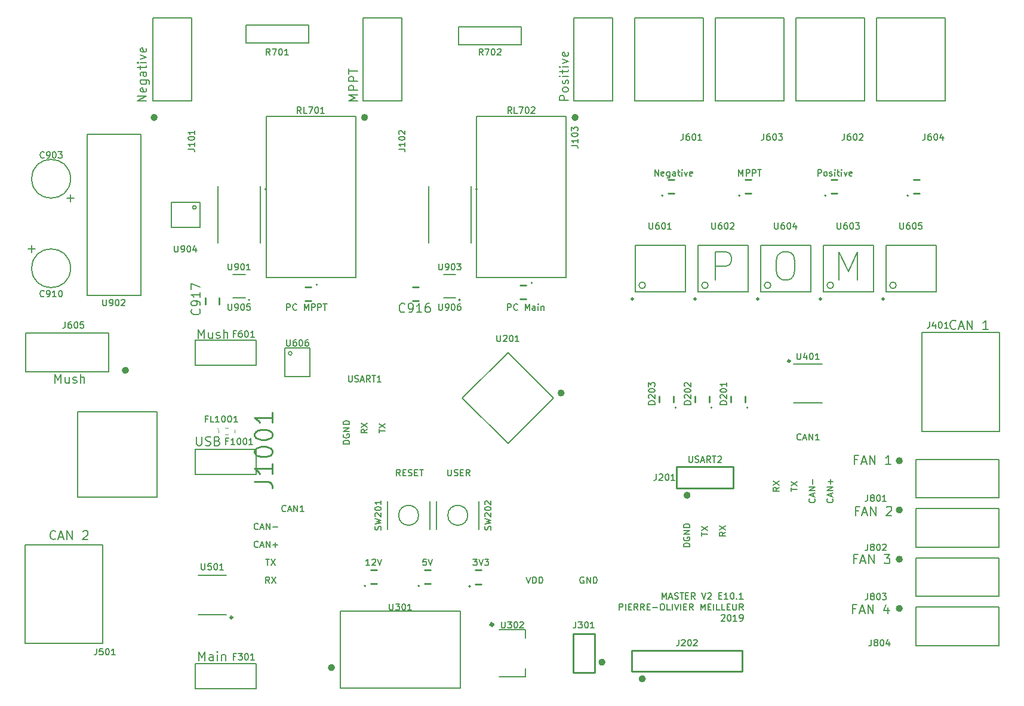
<source format=gbr>
G04 #@! TF.GenerationSoftware,KiCad,Pcbnew,5.1.2-f72e74a~84~ubuntu18.04.1*
G04 #@! TF.CreationDate,2019-05-31T10:47:24-04:00*
G04 #@! TF.ProjectId,Master_Board,4d617374-6572-45f4-926f-6172642e6b69,rev?*
G04 #@! TF.SameCoordinates,Original*
G04 #@! TF.FileFunction,Legend,Top*
G04 #@! TF.FilePolarity,Positive*
%FSLAX46Y46*%
G04 Gerber Fmt 4.6, Leading zero omitted, Abs format (unit mm)*
G04 Created by KiCad (PCBNEW 5.1.2-f72e74a~84~ubuntu18.04.1) date 2019-05-31 10:47:24*
%MOMM*%
%LPD*%
G04 APERTURE LIST*
%ADD10C,0.203200*%
%ADD11C,0.150000*%
%ADD12C,0.254000*%
%ADD13C,0.100000*%
%ADD14C,0.508000*%
%ADD15C,0.500000*%
%ADD16C,0.300000*%
%ADD17C,0.200000*%
G04 APERTURE END LIST*
D10*
X198818666Y-74527707D02*
X198818666Y-70527707D01*
X200152000Y-73384850D01*
X201485333Y-70527707D01*
X201485333Y-74527707D01*
X190881047Y-70527707D02*
X191642952Y-70527707D01*
X192023904Y-70718184D01*
X192404857Y-71099136D01*
X192595333Y-71861041D01*
X192595333Y-73194374D01*
X192404857Y-73956279D01*
X192023904Y-74337231D01*
X191642952Y-74527707D01*
X190881047Y-74527707D01*
X190500095Y-74337231D01*
X190119142Y-73956279D01*
X189928666Y-73194374D01*
X189928666Y-71861041D01*
X190119142Y-71099136D01*
X190500095Y-70718184D01*
X190881047Y-70527707D01*
X181324380Y-74527707D02*
X181324380Y-70527707D01*
X182848190Y-70527707D01*
X183229142Y-70718184D01*
X183419619Y-70908660D01*
X183610095Y-71289612D01*
X183610095Y-71861041D01*
X183419619Y-72241993D01*
X183229142Y-72432469D01*
X182848190Y-72622945D01*
X181324380Y-72622945D01*
X201210333Y-121230369D02*
X200787000Y-121230369D01*
X200787000Y-121895607D02*
X200787000Y-120625607D01*
X201391761Y-120625607D01*
X201815095Y-121532750D02*
X202419857Y-121532750D01*
X201694142Y-121895607D02*
X202117476Y-120625607D01*
X202540809Y-121895607D01*
X202964142Y-121895607D02*
X202964142Y-120625607D01*
X203689857Y-121895607D01*
X203689857Y-120625607D01*
X205806523Y-121048941D02*
X205806523Y-121895607D01*
X205504142Y-120565131D02*
X205201761Y-121472274D01*
X205987952Y-121472274D01*
X215392000Y-81426755D02*
X215331523Y-81487231D01*
X215150095Y-81547707D01*
X215029142Y-81547707D01*
X214847714Y-81487231D01*
X214726761Y-81366279D01*
X214666285Y-81245326D01*
X214605809Y-81003422D01*
X214605809Y-80821993D01*
X214666285Y-80580088D01*
X214726761Y-80459136D01*
X214847714Y-80338184D01*
X215029142Y-80277707D01*
X215150095Y-80277707D01*
X215331523Y-80338184D01*
X215392000Y-80398660D01*
X215875809Y-81184850D02*
X216480571Y-81184850D01*
X215754857Y-81547707D02*
X216178190Y-80277707D01*
X216601523Y-81547707D01*
X217024857Y-81547707D02*
X217024857Y-80277707D01*
X217750571Y-81547707D01*
X217750571Y-80277707D01*
X219988190Y-81547707D02*
X219262476Y-81547707D01*
X219625333Y-81547707D02*
X219625333Y-80277707D01*
X219504380Y-80459136D01*
X219383428Y-80580088D01*
X219262476Y-80640564D01*
X87757000Y-111271755D02*
X87696523Y-111332231D01*
X87515095Y-111392707D01*
X87394142Y-111392707D01*
X87212714Y-111332231D01*
X87091761Y-111211279D01*
X87031285Y-111090326D01*
X86970809Y-110848422D01*
X86970809Y-110666993D01*
X87031285Y-110425088D01*
X87091761Y-110304136D01*
X87212714Y-110183184D01*
X87394142Y-110122707D01*
X87515095Y-110122707D01*
X87696523Y-110183184D01*
X87757000Y-110243660D01*
X88240809Y-111029850D02*
X88845571Y-111029850D01*
X88119857Y-111392707D02*
X88543190Y-110122707D01*
X88966523Y-111392707D01*
X89389857Y-111392707D02*
X89389857Y-110122707D01*
X90115571Y-111392707D01*
X90115571Y-110122707D01*
X91627476Y-110243660D02*
X91687952Y-110183184D01*
X91808904Y-110122707D01*
X92111285Y-110122707D01*
X92232238Y-110183184D01*
X92292714Y-110243660D01*
X92353190Y-110364612D01*
X92353190Y-110485564D01*
X92292714Y-110666993D01*
X91567000Y-111392707D01*
X92353190Y-111392707D01*
X108107238Y-128537707D02*
X108107238Y-127267707D01*
X108530571Y-128174850D01*
X108953904Y-127267707D01*
X108953904Y-128537707D01*
X110102952Y-128537707D02*
X110102952Y-127872469D01*
X110042476Y-127751517D01*
X109921523Y-127691041D01*
X109679619Y-127691041D01*
X109558666Y-127751517D01*
X110102952Y-128477231D02*
X109982000Y-128537707D01*
X109679619Y-128537707D01*
X109558666Y-128477231D01*
X109498190Y-128356279D01*
X109498190Y-128235326D01*
X109558666Y-128114374D01*
X109679619Y-128053898D01*
X109982000Y-128053898D01*
X110102952Y-127993422D01*
X110707714Y-128537707D02*
X110707714Y-127691041D01*
X110707714Y-127267707D02*
X110647238Y-127328184D01*
X110707714Y-127388660D01*
X110768190Y-127328184D01*
X110707714Y-127267707D01*
X110707714Y-127388660D01*
X111312476Y-127691041D02*
X111312476Y-128537707D01*
X111312476Y-127811993D02*
X111372952Y-127751517D01*
X111493904Y-127691041D01*
X111675333Y-127691041D01*
X111796285Y-127751517D01*
X111856761Y-127872469D01*
X111856761Y-128537707D01*
X107744380Y-96787707D02*
X107744380Y-97815803D01*
X107804857Y-97936755D01*
X107865333Y-97997231D01*
X107986285Y-98057707D01*
X108228190Y-98057707D01*
X108349142Y-97997231D01*
X108409619Y-97936755D01*
X108470095Y-97815803D01*
X108470095Y-96787707D01*
X109014380Y-97997231D02*
X109195809Y-98057707D01*
X109498190Y-98057707D01*
X109619142Y-97997231D01*
X109679619Y-97936755D01*
X109740095Y-97815803D01*
X109740095Y-97694850D01*
X109679619Y-97573898D01*
X109619142Y-97513422D01*
X109498190Y-97452945D01*
X109256285Y-97392469D01*
X109135333Y-97331993D01*
X109074857Y-97271517D01*
X109014380Y-97150564D01*
X109014380Y-97029612D01*
X109074857Y-96908660D01*
X109135333Y-96848184D01*
X109256285Y-96787707D01*
X109558666Y-96787707D01*
X109740095Y-96848184D01*
X110707714Y-97392469D02*
X110889142Y-97452945D01*
X110949619Y-97513422D01*
X111010095Y-97634374D01*
X111010095Y-97815803D01*
X110949619Y-97936755D01*
X110889142Y-97997231D01*
X110768190Y-98057707D01*
X110284380Y-98057707D01*
X110284380Y-96787707D01*
X110707714Y-96787707D01*
X110828666Y-96848184D01*
X110889142Y-96908660D01*
X110949619Y-97029612D01*
X110949619Y-97150564D01*
X110889142Y-97271517D01*
X110828666Y-97331993D01*
X110707714Y-97392469D01*
X110284380Y-97392469D01*
X107998380Y-82817707D02*
X107998380Y-81547707D01*
X108421714Y-82454850D01*
X108845047Y-81547707D01*
X108845047Y-82817707D01*
X109994095Y-81971041D02*
X109994095Y-82817707D01*
X109449809Y-81971041D02*
X109449809Y-82636279D01*
X109510285Y-82757231D01*
X109631238Y-82817707D01*
X109812666Y-82817707D01*
X109933619Y-82757231D01*
X109994095Y-82696755D01*
X110538380Y-82757231D02*
X110659333Y-82817707D01*
X110901238Y-82817707D01*
X111022190Y-82757231D01*
X111082666Y-82636279D01*
X111082666Y-82575803D01*
X111022190Y-82454850D01*
X110901238Y-82394374D01*
X110719809Y-82394374D01*
X110598857Y-82333898D01*
X110538380Y-82212945D01*
X110538380Y-82152469D01*
X110598857Y-82031517D01*
X110719809Y-81971041D01*
X110901238Y-81971041D01*
X111022190Y-82031517D01*
X111626952Y-82817707D02*
X111626952Y-81547707D01*
X112171238Y-82817707D02*
X112171238Y-82152469D01*
X112110761Y-82031517D01*
X111989809Y-81971041D01*
X111808380Y-81971041D01*
X111687428Y-82031517D01*
X111626952Y-82091993D01*
X100650523Y-49162707D02*
X99380523Y-49162707D01*
X100650523Y-48436993D01*
X99380523Y-48436993D01*
X100590047Y-47348422D02*
X100650523Y-47469374D01*
X100650523Y-47711279D01*
X100590047Y-47832231D01*
X100469095Y-47892707D01*
X99985285Y-47892707D01*
X99864333Y-47832231D01*
X99803857Y-47711279D01*
X99803857Y-47469374D01*
X99864333Y-47348422D01*
X99985285Y-47287945D01*
X100106238Y-47287945D01*
X100227190Y-47892707D01*
X99803857Y-46199374D02*
X100831952Y-46199374D01*
X100952904Y-46259850D01*
X101013380Y-46320326D01*
X101073857Y-46441279D01*
X101073857Y-46622707D01*
X101013380Y-46743660D01*
X100590047Y-46199374D02*
X100650523Y-46320326D01*
X100650523Y-46562231D01*
X100590047Y-46683184D01*
X100529571Y-46743660D01*
X100408619Y-46804136D01*
X100045761Y-46804136D01*
X99924809Y-46743660D01*
X99864333Y-46683184D01*
X99803857Y-46562231D01*
X99803857Y-46320326D01*
X99864333Y-46199374D01*
X100650523Y-45050326D02*
X99985285Y-45050326D01*
X99864333Y-45110803D01*
X99803857Y-45231755D01*
X99803857Y-45473660D01*
X99864333Y-45594612D01*
X100590047Y-45050326D02*
X100650523Y-45171279D01*
X100650523Y-45473660D01*
X100590047Y-45594612D01*
X100469095Y-45655088D01*
X100348142Y-45655088D01*
X100227190Y-45594612D01*
X100166714Y-45473660D01*
X100166714Y-45171279D01*
X100106238Y-45050326D01*
X99803857Y-44626993D02*
X99803857Y-44143184D01*
X99380523Y-44445564D02*
X100469095Y-44445564D01*
X100590047Y-44385088D01*
X100650523Y-44264136D01*
X100650523Y-44143184D01*
X100650523Y-43719850D02*
X99803857Y-43719850D01*
X99380523Y-43719850D02*
X99441000Y-43780326D01*
X99501476Y-43719850D01*
X99441000Y-43659374D01*
X99380523Y-43719850D01*
X99501476Y-43719850D01*
X99803857Y-43236041D02*
X100650523Y-42933660D01*
X99803857Y-42631279D01*
X100590047Y-41663660D02*
X100650523Y-41784612D01*
X100650523Y-42026517D01*
X100590047Y-42147469D01*
X100469095Y-42207945D01*
X99985285Y-42207945D01*
X99864333Y-42147469D01*
X99803857Y-42026517D01*
X99803857Y-41784612D01*
X99864333Y-41663660D01*
X99985285Y-41603184D01*
X100106238Y-41603184D01*
X100227190Y-42207945D01*
X130622523Y-49114326D02*
X129352523Y-49114326D01*
X130259666Y-48690993D01*
X129352523Y-48267660D01*
X130622523Y-48267660D01*
X130622523Y-47662898D02*
X129352523Y-47662898D01*
X129352523Y-47179088D01*
X129413000Y-47058136D01*
X129473476Y-46997660D01*
X129594428Y-46937184D01*
X129775857Y-46937184D01*
X129896809Y-46997660D01*
X129957285Y-47058136D01*
X130017761Y-47179088D01*
X130017761Y-47662898D01*
X130622523Y-46392898D02*
X129352523Y-46392898D01*
X129352523Y-45909088D01*
X129413000Y-45788136D01*
X129473476Y-45727660D01*
X129594428Y-45667184D01*
X129775857Y-45667184D01*
X129896809Y-45727660D01*
X129957285Y-45788136D01*
X130017761Y-45909088D01*
X130017761Y-46392898D01*
X129352523Y-45304326D02*
X129352523Y-44578612D01*
X130622523Y-44941469D02*
X129352523Y-44941469D01*
X160467523Y-49084088D02*
X159197523Y-49084088D01*
X159197523Y-48600279D01*
X159258000Y-48479326D01*
X159318476Y-48418850D01*
X159439428Y-48358374D01*
X159620857Y-48358374D01*
X159741809Y-48418850D01*
X159802285Y-48479326D01*
X159862761Y-48600279D01*
X159862761Y-49084088D01*
X160467523Y-47632660D02*
X160407047Y-47753612D01*
X160346571Y-47814088D01*
X160225619Y-47874564D01*
X159862761Y-47874564D01*
X159741809Y-47814088D01*
X159681333Y-47753612D01*
X159620857Y-47632660D01*
X159620857Y-47451231D01*
X159681333Y-47330279D01*
X159741809Y-47269803D01*
X159862761Y-47209326D01*
X160225619Y-47209326D01*
X160346571Y-47269803D01*
X160407047Y-47330279D01*
X160467523Y-47451231D01*
X160467523Y-47632660D01*
X160407047Y-46725517D02*
X160467523Y-46604564D01*
X160467523Y-46362660D01*
X160407047Y-46241707D01*
X160286095Y-46181231D01*
X160225619Y-46181231D01*
X160104666Y-46241707D01*
X160044190Y-46362660D01*
X160044190Y-46544088D01*
X159983714Y-46665041D01*
X159862761Y-46725517D01*
X159802285Y-46725517D01*
X159681333Y-46665041D01*
X159620857Y-46544088D01*
X159620857Y-46362660D01*
X159681333Y-46241707D01*
X160467523Y-45636945D02*
X159620857Y-45636945D01*
X159197523Y-45636945D02*
X159258000Y-45697422D01*
X159318476Y-45636945D01*
X159258000Y-45576469D01*
X159197523Y-45636945D01*
X159318476Y-45636945D01*
X159620857Y-45213612D02*
X159620857Y-44729803D01*
X159197523Y-45032184D02*
X160286095Y-45032184D01*
X160407047Y-44971707D01*
X160467523Y-44850755D01*
X160467523Y-44729803D01*
X160467523Y-44306469D02*
X159620857Y-44306469D01*
X159197523Y-44306469D02*
X159258000Y-44366945D01*
X159318476Y-44306469D01*
X159258000Y-44245993D01*
X159197523Y-44306469D01*
X159318476Y-44306469D01*
X159620857Y-43822660D02*
X160467523Y-43520279D01*
X159620857Y-43217898D01*
X160407047Y-42250279D02*
X160467523Y-42371231D01*
X160467523Y-42613136D01*
X160407047Y-42734088D01*
X160286095Y-42794564D01*
X159802285Y-42794564D01*
X159681333Y-42734088D01*
X159620857Y-42613136D01*
X159620857Y-42371231D01*
X159681333Y-42250279D01*
X159802285Y-42189803D01*
X159923238Y-42189803D01*
X160044190Y-42794564D01*
X87678380Y-89167707D02*
X87678380Y-87897707D01*
X88101714Y-88804850D01*
X88525047Y-87897707D01*
X88525047Y-89167707D01*
X89674095Y-88321041D02*
X89674095Y-89167707D01*
X89129809Y-88321041D02*
X89129809Y-88986279D01*
X89190285Y-89107231D01*
X89311238Y-89167707D01*
X89492666Y-89167707D01*
X89613619Y-89107231D01*
X89674095Y-89046755D01*
X90218380Y-89107231D02*
X90339333Y-89167707D01*
X90581238Y-89167707D01*
X90702190Y-89107231D01*
X90762666Y-88986279D01*
X90762666Y-88925803D01*
X90702190Y-88804850D01*
X90581238Y-88744374D01*
X90399809Y-88744374D01*
X90278857Y-88683898D01*
X90218380Y-88562945D01*
X90218380Y-88502469D01*
X90278857Y-88381517D01*
X90399809Y-88321041D01*
X90581238Y-88321041D01*
X90702190Y-88381517D01*
X91306952Y-89167707D02*
X91306952Y-87897707D01*
X91851238Y-89167707D02*
X91851238Y-88502469D01*
X91790761Y-88381517D01*
X91669809Y-88321041D01*
X91488380Y-88321041D01*
X91367428Y-88381517D01*
X91306952Y-88441993D01*
X201337333Y-114118369D02*
X200914000Y-114118369D01*
X200914000Y-114783607D02*
X200914000Y-113513607D01*
X201518761Y-113513607D01*
X201942095Y-114420750D02*
X202546857Y-114420750D01*
X201821142Y-114783607D02*
X202244476Y-113513607D01*
X202667809Y-114783607D01*
X203091142Y-114783607D02*
X203091142Y-113513607D01*
X203816857Y-114783607D01*
X203816857Y-113513607D01*
X205268285Y-113513607D02*
X206054476Y-113513607D01*
X205631142Y-113997417D01*
X205812571Y-113997417D01*
X205933523Y-114057893D01*
X205994000Y-114118369D01*
X206054476Y-114239322D01*
X206054476Y-114541703D01*
X205994000Y-114662655D01*
X205933523Y-114723131D01*
X205812571Y-114783607D01*
X205449714Y-114783607D01*
X205328761Y-114723131D01*
X205268285Y-114662655D01*
X201591333Y-107298469D02*
X201168000Y-107298469D01*
X201168000Y-107963707D02*
X201168000Y-106693707D01*
X201772761Y-106693707D01*
X202196095Y-107600850D02*
X202800857Y-107600850D01*
X202075142Y-107963707D02*
X202498476Y-106693707D01*
X202921809Y-107963707D01*
X203345142Y-107963707D02*
X203345142Y-106693707D01*
X204070857Y-107963707D01*
X204070857Y-106693707D01*
X205582761Y-106814660D02*
X205643238Y-106754184D01*
X205764190Y-106693707D01*
X206066571Y-106693707D01*
X206187523Y-106754184D01*
X206248000Y-106814660D01*
X206308476Y-106935612D01*
X206308476Y-107056564D01*
X206248000Y-107237993D01*
X205522285Y-107963707D01*
X206308476Y-107963707D01*
X201464333Y-100059469D02*
X201041000Y-100059469D01*
X201041000Y-100724707D02*
X201041000Y-99454707D01*
X201645761Y-99454707D01*
X202069095Y-100361850D02*
X202673857Y-100361850D01*
X201948142Y-100724707D02*
X202371476Y-99454707D01*
X202794809Y-100724707D01*
X203218142Y-100724707D02*
X203218142Y-99454707D01*
X203943857Y-100724707D01*
X203943857Y-99454707D01*
X206181476Y-100724707D02*
X205455761Y-100724707D01*
X205818619Y-100724707D02*
X205818619Y-99454707D01*
X205697666Y-99636136D01*
X205576714Y-99757088D01*
X205455761Y-99817564D01*
X173757777Y-119832126D02*
X173757777Y-118932126D01*
X174057777Y-119574984D01*
X174357777Y-118932126D01*
X174357777Y-119832126D01*
X174743491Y-119574984D02*
X175172062Y-119574984D01*
X174657777Y-119832126D02*
X174957777Y-118932126D01*
X175257777Y-119832126D01*
X175514920Y-119789269D02*
X175643491Y-119832126D01*
X175857777Y-119832126D01*
X175943491Y-119789269D01*
X175986348Y-119746412D01*
X176029205Y-119660698D01*
X176029205Y-119574984D01*
X175986348Y-119489269D01*
X175943491Y-119446412D01*
X175857777Y-119403555D01*
X175686348Y-119360698D01*
X175600634Y-119317841D01*
X175557777Y-119274984D01*
X175514920Y-119189269D01*
X175514920Y-119103555D01*
X175557777Y-119017841D01*
X175600634Y-118974984D01*
X175686348Y-118932126D01*
X175900634Y-118932126D01*
X176029205Y-118974984D01*
X176286348Y-118932126D02*
X176800634Y-118932126D01*
X176543491Y-119832126D02*
X176543491Y-118932126D01*
X177100634Y-119360698D02*
X177400634Y-119360698D01*
X177529205Y-119832126D02*
X177100634Y-119832126D01*
X177100634Y-118932126D01*
X177529205Y-118932126D01*
X178429205Y-119832126D02*
X178129205Y-119403555D01*
X177914920Y-119832126D02*
X177914920Y-118932126D01*
X178257777Y-118932126D01*
X178343491Y-118974984D01*
X178386348Y-119017841D01*
X178429205Y-119103555D01*
X178429205Y-119232126D01*
X178386348Y-119317841D01*
X178343491Y-119360698D01*
X178257777Y-119403555D01*
X177914920Y-119403555D01*
X179372062Y-118932126D02*
X179672062Y-119832126D01*
X179972062Y-118932126D01*
X180229205Y-119017841D02*
X180272062Y-118974984D01*
X180357777Y-118932126D01*
X180572062Y-118932126D01*
X180657777Y-118974984D01*
X180700634Y-119017841D01*
X180743491Y-119103555D01*
X180743491Y-119189269D01*
X180700634Y-119317841D01*
X180186348Y-119832126D01*
X180743491Y-119832126D01*
X181814920Y-119360698D02*
X182114920Y-119360698D01*
X182243491Y-119832126D02*
X181814920Y-119832126D01*
X181814920Y-118932126D01*
X182243491Y-118932126D01*
X183100634Y-119832126D02*
X182586348Y-119832126D01*
X182843491Y-119832126D02*
X182843491Y-118932126D01*
X182757777Y-119060698D01*
X182672062Y-119146412D01*
X182586348Y-119189269D01*
X183657777Y-118932126D02*
X183743491Y-118932126D01*
X183829205Y-118974984D01*
X183872062Y-119017841D01*
X183914920Y-119103555D01*
X183957777Y-119274984D01*
X183957777Y-119489269D01*
X183914920Y-119660698D01*
X183872062Y-119746412D01*
X183829205Y-119789269D01*
X183743491Y-119832126D01*
X183657777Y-119832126D01*
X183572062Y-119789269D01*
X183529205Y-119746412D01*
X183486348Y-119660698D01*
X183443491Y-119489269D01*
X183443491Y-119274984D01*
X183486348Y-119103555D01*
X183529205Y-119017841D01*
X183572062Y-118974984D01*
X183657777Y-118932126D01*
X184343491Y-119746412D02*
X184386348Y-119789269D01*
X184343491Y-119832126D01*
X184300634Y-119789269D01*
X184343491Y-119746412D01*
X184343491Y-119832126D01*
X185243491Y-119832126D02*
X184729205Y-119832126D01*
X184986348Y-119832126D02*
X184986348Y-118932126D01*
X184900634Y-119060698D01*
X184814920Y-119146412D01*
X184729205Y-119189269D01*
X167672062Y-121385326D02*
X167672062Y-120485326D01*
X168014920Y-120485326D01*
X168100634Y-120528184D01*
X168143491Y-120571041D01*
X168186348Y-120656755D01*
X168186348Y-120785326D01*
X168143491Y-120871041D01*
X168100634Y-120913898D01*
X168014920Y-120956755D01*
X167672062Y-120956755D01*
X168572062Y-121385326D02*
X168572062Y-120485326D01*
X169000634Y-120913898D02*
X169300634Y-120913898D01*
X169429205Y-121385326D02*
X169000634Y-121385326D01*
X169000634Y-120485326D01*
X169429205Y-120485326D01*
X170329205Y-121385326D02*
X170029205Y-120956755D01*
X169814920Y-121385326D02*
X169814920Y-120485326D01*
X170157777Y-120485326D01*
X170243491Y-120528184D01*
X170286348Y-120571041D01*
X170329205Y-120656755D01*
X170329205Y-120785326D01*
X170286348Y-120871041D01*
X170243491Y-120913898D01*
X170157777Y-120956755D01*
X169814920Y-120956755D01*
X171229205Y-121385326D02*
X170929205Y-120956755D01*
X170714920Y-121385326D02*
X170714920Y-120485326D01*
X171057777Y-120485326D01*
X171143491Y-120528184D01*
X171186348Y-120571041D01*
X171229205Y-120656755D01*
X171229205Y-120785326D01*
X171186348Y-120871041D01*
X171143491Y-120913898D01*
X171057777Y-120956755D01*
X170714920Y-120956755D01*
X171614920Y-120913898D02*
X171914920Y-120913898D01*
X172043491Y-121385326D02*
X171614920Y-121385326D01*
X171614920Y-120485326D01*
X172043491Y-120485326D01*
X172429205Y-121042469D02*
X173114920Y-121042469D01*
X173714920Y-120485326D02*
X173886348Y-120485326D01*
X173972062Y-120528184D01*
X174057777Y-120613898D01*
X174100634Y-120785326D01*
X174100634Y-121085326D01*
X174057777Y-121256755D01*
X173972062Y-121342469D01*
X173886348Y-121385326D01*
X173714920Y-121385326D01*
X173629205Y-121342469D01*
X173543491Y-121256755D01*
X173500634Y-121085326D01*
X173500634Y-120785326D01*
X173543491Y-120613898D01*
X173629205Y-120528184D01*
X173714920Y-120485326D01*
X174914920Y-121385326D02*
X174486348Y-121385326D01*
X174486348Y-120485326D01*
X175214920Y-121385326D02*
X175214920Y-120485326D01*
X175514920Y-120485326D02*
X175814920Y-121385326D01*
X176114920Y-120485326D01*
X176414920Y-121385326D02*
X176414920Y-120485326D01*
X176843491Y-120913898D02*
X177143491Y-120913898D01*
X177272062Y-121385326D02*
X176843491Y-121385326D01*
X176843491Y-120485326D01*
X177272062Y-120485326D01*
X178172062Y-121385326D02*
X177872062Y-120956755D01*
X177657777Y-121385326D02*
X177657777Y-120485326D01*
X178000634Y-120485326D01*
X178086348Y-120528184D01*
X178129205Y-120571041D01*
X178172062Y-120656755D01*
X178172062Y-120785326D01*
X178129205Y-120871041D01*
X178086348Y-120913898D01*
X178000634Y-120956755D01*
X177657777Y-120956755D01*
X179243491Y-121385326D02*
X179243491Y-120485326D01*
X179543491Y-121128184D01*
X179843491Y-120485326D01*
X179843491Y-121385326D01*
X180272062Y-120913898D02*
X180572062Y-120913898D01*
X180700634Y-121385326D02*
X180272062Y-121385326D01*
X180272062Y-120485326D01*
X180700634Y-120485326D01*
X181086348Y-121385326D02*
X181086348Y-120485326D01*
X181943491Y-121385326D02*
X181514920Y-121385326D01*
X181514920Y-120485326D01*
X182672062Y-121385326D02*
X182243491Y-121385326D01*
X182243491Y-120485326D01*
X182972062Y-120913898D02*
X183272062Y-120913898D01*
X183400634Y-121385326D02*
X182972062Y-121385326D01*
X182972062Y-120485326D01*
X183400634Y-120485326D01*
X183786348Y-120485326D02*
X183786348Y-121213898D01*
X183829205Y-121299612D01*
X183872062Y-121342469D01*
X183957777Y-121385326D01*
X184129205Y-121385326D01*
X184214920Y-121342469D01*
X184257777Y-121299612D01*
X184300634Y-121213898D01*
X184300634Y-120485326D01*
X185243491Y-121385326D02*
X184943491Y-120956755D01*
X184729205Y-121385326D02*
X184729205Y-120485326D01*
X185072062Y-120485326D01*
X185157777Y-120528184D01*
X185200634Y-120571041D01*
X185243491Y-120656755D01*
X185243491Y-120785326D01*
X185200634Y-120871041D01*
X185157777Y-120913898D01*
X185072062Y-120956755D01*
X184729205Y-120956755D01*
X182157777Y-122124241D02*
X182200634Y-122081384D01*
X182286348Y-122038526D01*
X182500634Y-122038526D01*
X182586348Y-122081384D01*
X182629205Y-122124241D01*
X182672062Y-122209955D01*
X182672062Y-122295669D01*
X182629205Y-122424241D01*
X182114920Y-122938526D01*
X182672062Y-122938526D01*
X183229205Y-122038526D02*
X183314920Y-122038526D01*
X183400634Y-122081384D01*
X183443491Y-122124241D01*
X183486348Y-122209955D01*
X183529205Y-122381384D01*
X183529205Y-122595669D01*
X183486348Y-122767098D01*
X183443491Y-122852812D01*
X183400634Y-122895669D01*
X183314920Y-122938526D01*
X183229205Y-122938526D01*
X183143491Y-122895669D01*
X183100634Y-122852812D01*
X183057777Y-122767098D01*
X183014920Y-122595669D01*
X183014920Y-122381384D01*
X183057777Y-122209955D01*
X183100634Y-122124241D01*
X183143491Y-122081384D01*
X183229205Y-122038526D01*
X184386348Y-122938526D02*
X183872062Y-122938526D01*
X184129205Y-122938526D02*
X184129205Y-122038526D01*
X184043491Y-122167098D01*
X183957777Y-122252812D01*
X183872062Y-122295669D01*
X184814920Y-122938526D02*
X184986348Y-122938526D01*
X185072062Y-122895669D01*
X185114920Y-122852812D01*
X185200634Y-122724241D01*
X185243491Y-122552812D01*
X185243491Y-122209955D01*
X185200634Y-122124241D01*
X185157777Y-122081384D01*
X185072062Y-122038526D01*
X184900634Y-122038526D01*
X184814920Y-122081384D01*
X184772062Y-122124241D01*
X184729205Y-122209955D01*
X184729205Y-122424241D01*
X184772062Y-122509955D01*
X184814920Y-122552812D01*
X184900634Y-122595669D01*
X185072062Y-122595669D01*
X185157777Y-122552812D01*
X185200634Y-122509955D01*
X185243491Y-122424241D01*
X120531285Y-78840326D02*
X120531285Y-77940326D01*
X120874142Y-77940326D01*
X120959857Y-77983184D01*
X121002714Y-78026041D01*
X121045571Y-78111755D01*
X121045571Y-78240326D01*
X121002714Y-78326041D01*
X120959857Y-78368898D01*
X120874142Y-78411755D01*
X120531285Y-78411755D01*
X121945571Y-78754612D02*
X121902714Y-78797469D01*
X121774142Y-78840326D01*
X121688428Y-78840326D01*
X121559857Y-78797469D01*
X121474142Y-78711755D01*
X121431285Y-78626041D01*
X121388428Y-78454612D01*
X121388428Y-78326041D01*
X121431285Y-78154612D01*
X121474142Y-78068898D01*
X121559857Y-77983184D01*
X121688428Y-77940326D01*
X121774142Y-77940326D01*
X121902714Y-77983184D01*
X121945571Y-78026041D01*
X123017000Y-78840326D02*
X123017000Y-77940326D01*
X123317000Y-78583184D01*
X123617000Y-77940326D01*
X123617000Y-78840326D01*
X124045571Y-78840326D02*
X124045571Y-77940326D01*
X124388428Y-77940326D01*
X124474142Y-77983184D01*
X124517000Y-78026041D01*
X124559857Y-78111755D01*
X124559857Y-78240326D01*
X124517000Y-78326041D01*
X124474142Y-78368898D01*
X124388428Y-78411755D01*
X124045571Y-78411755D01*
X124945571Y-78840326D02*
X124945571Y-77940326D01*
X125288428Y-77940326D01*
X125374142Y-77983184D01*
X125417000Y-78026041D01*
X125459857Y-78111755D01*
X125459857Y-78240326D01*
X125417000Y-78326041D01*
X125374142Y-78368898D01*
X125288428Y-78411755D01*
X124945571Y-78411755D01*
X125717000Y-77940326D02*
X126231285Y-77940326D01*
X125974142Y-78840326D02*
X125974142Y-77940326D01*
X151860571Y-78840326D02*
X151860571Y-77940326D01*
X152203428Y-77940326D01*
X152289142Y-77983184D01*
X152332000Y-78026041D01*
X152374857Y-78111755D01*
X152374857Y-78240326D01*
X152332000Y-78326041D01*
X152289142Y-78368898D01*
X152203428Y-78411755D01*
X151860571Y-78411755D01*
X153274857Y-78754612D02*
X153232000Y-78797469D01*
X153103428Y-78840326D01*
X153017714Y-78840326D01*
X152889142Y-78797469D01*
X152803428Y-78711755D01*
X152760571Y-78626041D01*
X152717714Y-78454612D01*
X152717714Y-78326041D01*
X152760571Y-78154612D01*
X152803428Y-78068898D01*
X152889142Y-77983184D01*
X153017714Y-77940326D01*
X153103428Y-77940326D01*
X153232000Y-77983184D01*
X153274857Y-78026041D01*
X154346285Y-78840326D02*
X154346285Y-77940326D01*
X154646285Y-78583184D01*
X154946285Y-77940326D01*
X154946285Y-78840326D01*
X155760571Y-78840326D02*
X155760571Y-78368898D01*
X155717714Y-78283184D01*
X155632000Y-78240326D01*
X155460571Y-78240326D01*
X155374857Y-78283184D01*
X155760571Y-78797469D02*
X155674857Y-78840326D01*
X155460571Y-78840326D01*
X155374857Y-78797469D01*
X155332000Y-78711755D01*
X155332000Y-78626041D01*
X155374857Y-78540326D01*
X155460571Y-78497469D01*
X155674857Y-78497469D01*
X155760571Y-78454612D01*
X156189142Y-78840326D02*
X156189142Y-78240326D01*
X156189142Y-77940326D02*
X156146285Y-77983184D01*
X156189142Y-78026041D01*
X156232000Y-77983184D01*
X156189142Y-77940326D01*
X156189142Y-78026041D01*
X156617714Y-78240326D02*
X156617714Y-78840326D01*
X156617714Y-78326041D02*
X156660571Y-78283184D01*
X156746285Y-78240326D01*
X156874857Y-78240326D01*
X156960571Y-78283184D01*
X157003428Y-78368898D01*
X157003428Y-78840326D01*
X184639142Y-59790326D02*
X184639142Y-58890326D01*
X184939142Y-59533184D01*
X185239142Y-58890326D01*
X185239142Y-59790326D01*
X185667714Y-59790326D02*
X185667714Y-58890326D01*
X186010571Y-58890326D01*
X186096285Y-58933184D01*
X186139142Y-58976041D01*
X186182000Y-59061755D01*
X186182000Y-59190326D01*
X186139142Y-59276041D01*
X186096285Y-59318898D01*
X186010571Y-59361755D01*
X185667714Y-59361755D01*
X186567714Y-59790326D02*
X186567714Y-58890326D01*
X186910571Y-58890326D01*
X186996285Y-58933184D01*
X187039142Y-58976041D01*
X187082000Y-59061755D01*
X187082000Y-59190326D01*
X187039142Y-59276041D01*
X186996285Y-59318898D01*
X186910571Y-59361755D01*
X186567714Y-59361755D01*
X187339142Y-58890326D02*
X187853428Y-58890326D01*
X187596285Y-59790326D02*
X187596285Y-58890326D01*
X195825571Y-59790326D02*
X195825571Y-58890326D01*
X196168428Y-58890326D01*
X196254142Y-58933184D01*
X196297000Y-58976041D01*
X196339857Y-59061755D01*
X196339857Y-59190326D01*
X196297000Y-59276041D01*
X196254142Y-59318898D01*
X196168428Y-59361755D01*
X195825571Y-59361755D01*
X196854142Y-59790326D02*
X196768428Y-59747469D01*
X196725571Y-59704612D01*
X196682714Y-59618898D01*
X196682714Y-59361755D01*
X196725571Y-59276041D01*
X196768428Y-59233184D01*
X196854142Y-59190326D01*
X196982714Y-59190326D01*
X197068428Y-59233184D01*
X197111285Y-59276041D01*
X197154142Y-59361755D01*
X197154142Y-59618898D01*
X197111285Y-59704612D01*
X197068428Y-59747469D01*
X196982714Y-59790326D01*
X196854142Y-59790326D01*
X197497000Y-59747469D02*
X197582714Y-59790326D01*
X197754142Y-59790326D01*
X197839857Y-59747469D01*
X197882714Y-59661755D01*
X197882714Y-59618898D01*
X197839857Y-59533184D01*
X197754142Y-59490326D01*
X197625571Y-59490326D01*
X197539857Y-59447469D01*
X197497000Y-59361755D01*
X197497000Y-59318898D01*
X197539857Y-59233184D01*
X197625571Y-59190326D01*
X197754142Y-59190326D01*
X197839857Y-59233184D01*
X198268428Y-59790326D02*
X198268428Y-59190326D01*
X198268428Y-58890326D02*
X198225571Y-58933184D01*
X198268428Y-58976041D01*
X198311285Y-58933184D01*
X198268428Y-58890326D01*
X198268428Y-58976041D01*
X198568428Y-59190326D02*
X198911285Y-59190326D01*
X198697000Y-58890326D02*
X198697000Y-59661755D01*
X198739857Y-59747469D01*
X198825571Y-59790326D01*
X198911285Y-59790326D01*
X199211285Y-59790326D02*
X199211285Y-59190326D01*
X199211285Y-58890326D02*
X199168428Y-58933184D01*
X199211285Y-58976041D01*
X199254142Y-58933184D01*
X199211285Y-58890326D01*
X199211285Y-58976041D01*
X199554142Y-59190326D02*
X199768428Y-59790326D01*
X199982714Y-59190326D01*
X200668428Y-59747469D02*
X200582714Y-59790326D01*
X200411285Y-59790326D01*
X200325571Y-59747469D01*
X200282714Y-59661755D01*
X200282714Y-59318898D01*
X200325571Y-59233184D01*
X200411285Y-59190326D01*
X200582714Y-59190326D01*
X200668428Y-59233184D01*
X200711285Y-59318898D01*
X200711285Y-59404612D01*
X200282714Y-59490326D01*
X172729857Y-59790326D02*
X172729857Y-58890326D01*
X173244142Y-59790326D01*
X173244142Y-58890326D01*
X174015571Y-59747469D02*
X173929857Y-59790326D01*
X173758428Y-59790326D01*
X173672714Y-59747469D01*
X173629857Y-59661755D01*
X173629857Y-59318898D01*
X173672714Y-59233184D01*
X173758428Y-59190326D01*
X173929857Y-59190326D01*
X174015571Y-59233184D01*
X174058428Y-59318898D01*
X174058428Y-59404612D01*
X173629857Y-59490326D01*
X174829857Y-59190326D02*
X174829857Y-59918898D01*
X174787000Y-60004612D01*
X174744142Y-60047469D01*
X174658428Y-60090326D01*
X174529857Y-60090326D01*
X174444142Y-60047469D01*
X174829857Y-59747469D02*
X174744142Y-59790326D01*
X174572714Y-59790326D01*
X174487000Y-59747469D01*
X174444142Y-59704612D01*
X174401285Y-59618898D01*
X174401285Y-59361755D01*
X174444142Y-59276041D01*
X174487000Y-59233184D01*
X174572714Y-59190326D01*
X174744142Y-59190326D01*
X174829857Y-59233184D01*
X175644142Y-59790326D02*
X175644142Y-59318898D01*
X175601285Y-59233184D01*
X175515571Y-59190326D01*
X175344142Y-59190326D01*
X175258428Y-59233184D01*
X175644142Y-59747469D02*
X175558428Y-59790326D01*
X175344142Y-59790326D01*
X175258428Y-59747469D01*
X175215571Y-59661755D01*
X175215571Y-59576041D01*
X175258428Y-59490326D01*
X175344142Y-59447469D01*
X175558428Y-59447469D01*
X175644142Y-59404612D01*
X175944142Y-59190326D02*
X176287000Y-59190326D01*
X176072714Y-58890326D02*
X176072714Y-59661755D01*
X176115571Y-59747469D01*
X176201285Y-59790326D01*
X176287000Y-59790326D01*
X176587000Y-59790326D02*
X176587000Y-59190326D01*
X176587000Y-58890326D02*
X176544142Y-58933184D01*
X176587000Y-58976041D01*
X176629857Y-58933184D01*
X176587000Y-58890326D01*
X176587000Y-58976041D01*
X176929857Y-59190326D02*
X177144142Y-59790326D01*
X177358428Y-59190326D01*
X178044142Y-59747469D02*
X177958428Y-59790326D01*
X177787000Y-59790326D01*
X177701285Y-59747469D01*
X177658428Y-59661755D01*
X177658428Y-59318898D01*
X177701285Y-59233184D01*
X177787000Y-59190326D01*
X177958428Y-59190326D01*
X178044142Y-59233184D01*
X178087000Y-59318898D01*
X178087000Y-59404612D01*
X177658428Y-59490326D01*
X143364142Y-101435326D02*
X143364142Y-102163898D01*
X143407000Y-102249612D01*
X143449857Y-102292469D01*
X143535571Y-102335326D01*
X143707000Y-102335326D01*
X143792714Y-102292469D01*
X143835571Y-102249612D01*
X143878428Y-102163898D01*
X143878428Y-101435326D01*
X144264142Y-102292469D02*
X144392714Y-102335326D01*
X144607000Y-102335326D01*
X144692714Y-102292469D01*
X144735571Y-102249612D01*
X144778428Y-102163898D01*
X144778428Y-102078184D01*
X144735571Y-101992469D01*
X144692714Y-101949612D01*
X144607000Y-101906755D01*
X144435571Y-101863898D01*
X144349857Y-101821041D01*
X144307000Y-101778184D01*
X144264142Y-101692469D01*
X144264142Y-101606755D01*
X144307000Y-101521041D01*
X144349857Y-101478184D01*
X144435571Y-101435326D01*
X144649857Y-101435326D01*
X144778428Y-101478184D01*
X145164142Y-101863898D02*
X145464142Y-101863898D01*
X145592714Y-102335326D02*
X145164142Y-102335326D01*
X145164142Y-101435326D01*
X145592714Y-101435326D01*
X146492714Y-102335326D02*
X146192714Y-101906755D01*
X145978428Y-102335326D02*
X145978428Y-101435326D01*
X146321285Y-101435326D01*
X146407000Y-101478184D01*
X146449857Y-101521041D01*
X146492714Y-101606755D01*
X146492714Y-101735326D01*
X146449857Y-101821041D01*
X146407000Y-101863898D01*
X146321285Y-101906755D01*
X145978428Y-101906755D01*
X136614857Y-102335326D02*
X136314857Y-101906755D01*
X136100571Y-102335326D02*
X136100571Y-101435326D01*
X136443428Y-101435326D01*
X136529142Y-101478184D01*
X136572000Y-101521041D01*
X136614857Y-101606755D01*
X136614857Y-101735326D01*
X136572000Y-101821041D01*
X136529142Y-101863898D01*
X136443428Y-101906755D01*
X136100571Y-101906755D01*
X137000571Y-101863898D02*
X137300571Y-101863898D01*
X137429142Y-102335326D02*
X137000571Y-102335326D01*
X137000571Y-101435326D01*
X137429142Y-101435326D01*
X137772000Y-102292469D02*
X137900571Y-102335326D01*
X138114857Y-102335326D01*
X138200571Y-102292469D01*
X138243428Y-102249612D01*
X138286285Y-102163898D01*
X138286285Y-102078184D01*
X138243428Y-101992469D01*
X138200571Y-101949612D01*
X138114857Y-101906755D01*
X137943428Y-101863898D01*
X137857714Y-101821041D01*
X137814857Y-101778184D01*
X137772000Y-101692469D01*
X137772000Y-101606755D01*
X137814857Y-101521041D01*
X137857714Y-101478184D01*
X137943428Y-101435326D01*
X138157714Y-101435326D01*
X138286285Y-101478184D01*
X138672000Y-101863898D02*
X138972000Y-101863898D01*
X139100571Y-102335326D02*
X138672000Y-102335326D01*
X138672000Y-101435326D01*
X139100571Y-101435326D01*
X139357714Y-101435326D02*
X139872000Y-101435326D01*
X139614857Y-102335326D02*
X139614857Y-101435326D01*
X162636285Y-116718184D02*
X162550571Y-116675326D01*
X162422000Y-116675326D01*
X162293428Y-116718184D01*
X162207714Y-116803898D01*
X162164857Y-116889612D01*
X162122000Y-117061041D01*
X162122000Y-117189612D01*
X162164857Y-117361041D01*
X162207714Y-117446755D01*
X162293428Y-117532469D01*
X162422000Y-117575326D01*
X162507714Y-117575326D01*
X162636285Y-117532469D01*
X162679142Y-117489612D01*
X162679142Y-117189612D01*
X162507714Y-117189612D01*
X163064857Y-117575326D02*
X163064857Y-116675326D01*
X163579142Y-117575326D01*
X163579142Y-116675326D01*
X164007714Y-117575326D02*
X164007714Y-116675326D01*
X164222000Y-116675326D01*
X164350571Y-116718184D01*
X164436285Y-116803898D01*
X164479142Y-116889612D01*
X164522000Y-117061041D01*
X164522000Y-117189612D01*
X164479142Y-117361041D01*
X164436285Y-117446755D01*
X164350571Y-117532469D01*
X164222000Y-117575326D01*
X164007714Y-117575326D01*
X154502000Y-116675326D02*
X154802000Y-117575326D01*
X155102000Y-116675326D01*
X155402000Y-117575326D02*
X155402000Y-116675326D01*
X155616285Y-116675326D01*
X155744857Y-116718184D01*
X155830571Y-116803898D01*
X155873428Y-116889612D01*
X155916285Y-117061041D01*
X155916285Y-117189612D01*
X155873428Y-117361041D01*
X155830571Y-117446755D01*
X155744857Y-117532469D01*
X155616285Y-117575326D01*
X155402000Y-117575326D01*
X156302000Y-117575326D02*
X156302000Y-116675326D01*
X156516285Y-116675326D01*
X156644857Y-116718184D01*
X156730571Y-116803898D01*
X156773428Y-116889612D01*
X156816285Y-117061041D01*
X156816285Y-117189612D01*
X156773428Y-117361041D01*
X156730571Y-117446755D01*
X156644857Y-117532469D01*
X156516285Y-117575326D01*
X156302000Y-117575326D01*
X146967714Y-114135326D02*
X147524857Y-114135326D01*
X147224857Y-114478184D01*
X147353428Y-114478184D01*
X147439142Y-114521041D01*
X147482000Y-114563898D01*
X147524857Y-114649612D01*
X147524857Y-114863898D01*
X147482000Y-114949612D01*
X147439142Y-114992469D01*
X147353428Y-115035326D01*
X147096285Y-115035326D01*
X147010571Y-114992469D01*
X146967714Y-114949612D01*
X147782000Y-114135326D02*
X148082000Y-115035326D01*
X148382000Y-114135326D01*
X148596285Y-114135326D02*
X149153428Y-114135326D01*
X148853428Y-114478184D01*
X148982000Y-114478184D01*
X149067714Y-114521041D01*
X149110571Y-114563898D01*
X149153428Y-114649612D01*
X149153428Y-114863898D01*
X149110571Y-114949612D01*
X149067714Y-114992469D01*
X148982000Y-115035326D01*
X148724857Y-115035326D01*
X148639142Y-114992469D01*
X148596285Y-114949612D01*
X140290571Y-114135326D02*
X139862000Y-114135326D01*
X139819142Y-114563898D01*
X139862000Y-114521041D01*
X139947714Y-114478184D01*
X140162000Y-114478184D01*
X140247714Y-114521041D01*
X140290571Y-114563898D01*
X140333428Y-114649612D01*
X140333428Y-114863898D01*
X140290571Y-114949612D01*
X140247714Y-114992469D01*
X140162000Y-115035326D01*
X139947714Y-115035326D01*
X139862000Y-114992469D01*
X139819142Y-114949612D01*
X140590571Y-114135326D02*
X140890571Y-115035326D01*
X141190571Y-114135326D01*
X132284857Y-115035326D02*
X131770571Y-115035326D01*
X132027714Y-115035326D02*
X132027714Y-114135326D01*
X131942000Y-114263898D01*
X131856285Y-114349612D01*
X131770571Y-114392469D01*
X132627714Y-114221041D02*
X132670571Y-114178184D01*
X132756285Y-114135326D01*
X132970571Y-114135326D01*
X133056285Y-114178184D01*
X133099142Y-114221041D01*
X133142000Y-114306755D01*
X133142000Y-114392469D01*
X133099142Y-114521041D01*
X132584857Y-115035326D01*
X133142000Y-115035326D01*
X133399142Y-114135326D02*
X133699142Y-115035326D01*
X133999142Y-114135326D01*
X118087000Y-117575326D02*
X117787000Y-117146755D01*
X117572714Y-117575326D02*
X117572714Y-116675326D01*
X117915571Y-116675326D01*
X118001285Y-116718184D01*
X118044142Y-116761041D01*
X118087000Y-116846755D01*
X118087000Y-116975326D01*
X118044142Y-117061041D01*
X118001285Y-117103898D01*
X117915571Y-117146755D01*
X117572714Y-117146755D01*
X118387000Y-116675326D02*
X118987000Y-117575326D01*
X118987000Y-116675326D02*
X118387000Y-117575326D01*
X116466285Y-112409612D02*
X116423428Y-112452469D01*
X116294857Y-112495326D01*
X116209142Y-112495326D01*
X116080571Y-112452469D01*
X115994857Y-112366755D01*
X115952000Y-112281041D01*
X115909142Y-112109612D01*
X115909142Y-111981041D01*
X115952000Y-111809612D01*
X115994857Y-111723898D01*
X116080571Y-111638184D01*
X116209142Y-111595326D01*
X116294857Y-111595326D01*
X116423428Y-111638184D01*
X116466285Y-111681041D01*
X116809142Y-112238184D02*
X117237714Y-112238184D01*
X116723428Y-112495326D02*
X117023428Y-111595326D01*
X117323428Y-112495326D01*
X117623428Y-112495326D02*
X117623428Y-111595326D01*
X118137714Y-112495326D01*
X118137714Y-111595326D01*
X118566285Y-112152469D02*
X119252000Y-112152469D01*
X118909142Y-112495326D02*
X118909142Y-111809612D01*
X117551285Y-114135326D02*
X118065571Y-114135326D01*
X117808428Y-115035326D02*
X117808428Y-114135326D01*
X118279857Y-114135326D02*
X118879857Y-115035326D01*
X118879857Y-114135326D02*
X118279857Y-115035326D01*
X120404857Y-107329612D02*
X120362000Y-107372469D01*
X120233428Y-107415326D01*
X120147714Y-107415326D01*
X120019142Y-107372469D01*
X119933428Y-107286755D01*
X119890571Y-107201041D01*
X119847714Y-107029612D01*
X119847714Y-106901041D01*
X119890571Y-106729612D01*
X119933428Y-106643898D01*
X120019142Y-106558184D01*
X120147714Y-106515326D01*
X120233428Y-106515326D01*
X120362000Y-106558184D01*
X120404857Y-106601041D01*
X120747714Y-107158184D02*
X121176285Y-107158184D01*
X120662000Y-107415326D02*
X120962000Y-106515326D01*
X121262000Y-107415326D01*
X121562000Y-107415326D02*
X121562000Y-106515326D01*
X122076285Y-107415326D01*
X122076285Y-106515326D01*
X122976285Y-107415326D02*
X122462000Y-107415326D01*
X122719142Y-107415326D02*
X122719142Y-106515326D01*
X122633428Y-106643898D01*
X122547714Y-106729612D01*
X122462000Y-106772469D01*
X116466285Y-109869612D02*
X116423428Y-109912469D01*
X116294857Y-109955326D01*
X116209142Y-109955326D01*
X116080571Y-109912469D01*
X115994857Y-109826755D01*
X115952000Y-109741041D01*
X115909142Y-109569612D01*
X115909142Y-109441041D01*
X115952000Y-109269612D01*
X115994857Y-109183898D01*
X116080571Y-109098184D01*
X116209142Y-109055326D01*
X116294857Y-109055326D01*
X116423428Y-109098184D01*
X116466285Y-109141041D01*
X116809142Y-109698184D02*
X117237714Y-109698184D01*
X116723428Y-109955326D02*
X117023428Y-109055326D01*
X117323428Y-109955326D01*
X117623428Y-109955326D02*
X117623428Y-109055326D01*
X118137714Y-109955326D01*
X118137714Y-109055326D01*
X118566285Y-109612469D02*
X119252000Y-109612469D01*
X193429857Y-97169612D02*
X193387000Y-97212469D01*
X193258428Y-97255326D01*
X193172714Y-97255326D01*
X193044142Y-97212469D01*
X192958428Y-97126755D01*
X192915571Y-97041041D01*
X192872714Y-96869612D01*
X192872714Y-96741041D01*
X192915571Y-96569612D01*
X192958428Y-96483898D01*
X193044142Y-96398184D01*
X193172714Y-96355326D01*
X193258428Y-96355326D01*
X193387000Y-96398184D01*
X193429857Y-96441041D01*
X193772714Y-96998184D02*
X194201285Y-96998184D01*
X193687000Y-97255326D02*
X193987000Y-96355326D01*
X194287000Y-97255326D01*
X194587000Y-97255326D02*
X194587000Y-96355326D01*
X195101285Y-97255326D01*
X195101285Y-96355326D01*
X196001285Y-97255326D02*
X195487000Y-97255326D01*
X195744142Y-97255326D02*
X195744142Y-96355326D01*
X195658428Y-96483898D01*
X195572714Y-96569612D01*
X195487000Y-96612469D01*
X190399142Y-103983184D02*
X189970571Y-104283184D01*
X190399142Y-104497469D02*
X189499142Y-104497469D01*
X189499142Y-104154612D01*
X189542000Y-104068898D01*
X189584857Y-104026041D01*
X189670571Y-103983184D01*
X189799142Y-103983184D01*
X189884857Y-104026041D01*
X189927714Y-104068898D01*
X189970571Y-104154612D01*
X189970571Y-104497469D01*
X189499142Y-103683184D02*
X190399142Y-103083184D01*
X189499142Y-103083184D02*
X190399142Y-103683184D01*
X192039142Y-104518898D02*
X192039142Y-104004612D01*
X192939142Y-104261755D02*
X192039142Y-104261755D01*
X192039142Y-103790326D02*
X192939142Y-103190326D01*
X192039142Y-103190326D02*
X192939142Y-103790326D01*
X195393428Y-105603898D02*
X195436285Y-105646755D01*
X195479142Y-105775326D01*
X195479142Y-105861041D01*
X195436285Y-105989612D01*
X195350571Y-106075326D01*
X195264857Y-106118184D01*
X195093428Y-106161041D01*
X194964857Y-106161041D01*
X194793428Y-106118184D01*
X194707714Y-106075326D01*
X194622000Y-105989612D01*
X194579142Y-105861041D01*
X194579142Y-105775326D01*
X194622000Y-105646755D01*
X194664857Y-105603898D01*
X195222000Y-105261041D02*
X195222000Y-104832469D01*
X195479142Y-105346755D02*
X194579142Y-105046755D01*
X195479142Y-104746755D01*
X195479142Y-104446755D02*
X194579142Y-104446755D01*
X195479142Y-103932469D01*
X194579142Y-103932469D01*
X195136285Y-103503898D02*
X195136285Y-102818184D01*
X197933428Y-105603898D02*
X197976285Y-105646755D01*
X198019142Y-105775326D01*
X198019142Y-105861041D01*
X197976285Y-105989612D01*
X197890571Y-106075326D01*
X197804857Y-106118184D01*
X197633428Y-106161041D01*
X197504857Y-106161041D01*
X197333428Y-106118184D01*
X197247714Y-106075326D01*
X197162000Y-105989612D01*
X197119142Y-105861041D01*
X197119142Y-105775326D01*
X197162000Y-105646755D01*
X197204857Y-105603898D01*
X197762000Y-105261041D02*
X197762000Y-104832469D01*
X198019142Y-105346755D02*
X197119142Y-105046755D01*
X198019142Y-104746755D01*
X198019142Y-104446755D02*
X197119142Y-104446755D01*
X198019142Y-103932469D01*
X197119142Y-103932469D01*
X197676285Y-103503898D02*
X197676285Y-102818184D01*
X198019142Y-103161041D02*
X197333428Y-103161041D01*
X177539142Y-99530326D02*
X177539142Y-100258898D01*
X177582000Y-100344612D01*
X177624857Y-100387469D01*
X177710571Y-100430326D01*
X177882000Y-100430326D01*
X177967714Y-100387469D01*
X178010571Y-100344612D01*
X178053428Y-100258898D01*
X178053428Y-99530326D01*
X178439142Y-100387469D02*
X178567714Y-100430326D01*
X178782000Y-100430326D01*
X178867714Y-100387469D01*
X178910571Y-100344612D01*
X178953428Y-100258898D01*
X178953428Y-100173184D01*
X178910571Y-100087469D01*
X178867714Y-100044612D01*
X178782000Y-100001755D01*
X178610571Y-99958898D01*
X178524857Y-99916041D01*
X178482000Y-99873184D01*
X178439142Y-99787469D01*
X178439142Y-99701755D01*
X178482000Y-99616041D01*
X178524857Y-99573184D01*
X178610571Y-99530326D01*
X178824857Y-99530326D01*
X178953428Y-99573184D01*
X179296285Y-100173184D02*
X179724857Y-100173184D01*
X179210571Y-100430326D02*
X179510571Y-99530326D01*
X179810571Y-100430326D01*
X180624857Y-100430326D02*
X180324857Y-100001755D01*
X180110571Y-100430326D02*
X180110571Y-99530326D01*
X180453428Y-99530326D01*
X180539142Y-99573184D01*
X180582000Y-99616041D01*
X180624857Y-99701755D01*
X180624857Y-99830326D01*
X180582000Y-99916041D01*
X180539142Y-99958898D01*
X180453428Y-100001755D01*
X180110571Y-100001755D01*
X180882000Y-99530326D02*
X181396285Y-99530326D01*
X181139142Y-100430326D02*
X181139142Y-99530326D01*
X181653428Y-99616041D02*
X181696285Y-99573184D01*
X181782000Y-99530326D01*
X181996285Y-99530326D01*
X182082000Y-99573184D01*
X182124857Y-99616041D01*
X182167714Y-99701755D01*
X182167714Y-99787469D01*
X182124857Y-99916041D01*
X181610571Y-100430326D01*
X182167714Y-100430326D01*
X182779142Y-110333184D02*
X182350571Y-110633184D01*
X182779142Y-110847469D02*
X181879142Y-110847469D01*
X181879142Y-110504612D01*
X181922000Y-110418898D01*
X181964857Y-110376041D01*
X182050571Y-110333184D01*
X182179142Y-110333184D01*
X182264857Y-110376041D01*
X182307714Y-110418898D01*
X182350571Y-110504612D01*
X182350571Y-110847469D01*
X181879142Y-110033184D02*
X182779142Y-109433184D01*
X181879142Y-109433184D02*
X182779142Y-110033184D01*
X179339142Y-110868898D02*
X179339142Y-110354612D01*
X180239142Y-110611755D02*
X179339142Y-110611755D01*
X179339142Y-110140326D02*
X180239142Y-109540326D01*
X179339142Y-109540326D02*
X180239142Y-110140326D01*
X177699142Y-112425326D02*
X176799142Y-112425326D01*
X176799142Y-112211041D01*
X176842000Y-112082469D01*
X176927714Y-111996755D01*
X177013428Y-111953898D01*
X177184857Y-111911041D01*
X177313428Y-111911041D01*
X177484857Y-111953898D01*
X177570571Y-111996755D01*
X177656285Y-112082469D01*
X177699142Y-112211041D01*
X177699142Y-112425326D01*
X176842000Y-111053898D02*
X176799142Y-111139612D01*
X176799142Y-111268184D01*
X176842000Y-111396755D01*
X176927714Y-111482469D01*
X177013428Y-111525326D01*
X177184857Y-111568184D01*
X177313428Y-111568184D01*
X177484857Y-111525326D01*
X177570571Y-111482469D01*
X177656285Y-111396755D01*
X177699142Y-111268184D01*
X177699142Y-111182469D01*
X177656285Y-111053898D01*
X177613428Y-111011041D01*
X177313428Y-111011041D01*
X177313428Y-111182469D01*
X177699142Y-110625326D02*
X176799142Y-110625326D01*
X177699142Y-110111041D01*
X176799142Y-110111041D01*
X177699142Y-109682469D02*
X176799142Y-109682469D01*
X176799142Y-109468184D01*
X176842000Y-109339612D01*
X176927714Y-109253898D01*
X177013428Y-109211041D01*
X177184857Y-109168184D01*
X177313428Y-109168184D01*
X177484857Y-109211041D01*
X177570571Y-109253898D01*
X177656285Y-109339612D01*
X177699142Y-109468184D01*
X177699142Y-109682469D01*
X133619142Y-96263898D02*
X133619142Y-95749612D01*
X134519142Y-96006755D02*
X133619142Y-96006755D01*
X133619142Y-95535326D02*
X134519142Y-94935326D01*
X133619142Y-94935326D02*
X134519142Y-95535326D01*
X131979142Y-95728184D02*
X131550571Y-96028184D01*
X131979142Y-96242469D02*
X131079142Y-96242469D01*
X131079142Y-95899612D01*
X131122000Y-95813898D01*
X131164857Y-95771041D01*
X131250571Y-95728184D01*
X131379142Y-95728184D01*
X131464857Y-95771041D01*
X131507714Y-95813898D01*
X131550571Y-95899612D01*
X131550571Y-96242469D01*
X131079142Y-95428184D02*
X131979142Y-94828184D01*
X131079142Y-94828184D02*
X131979142Y-95428184D01*
X129439142Y-97820326D02*
X128539142Y-97820326D01*
X128539142Y-97606041D01*
X128582000Y-97477469D01*
X128667714Y-97391755D01*
X128753428Y-97348898D01*
X128924857Y-97306041D01*
X129053428Y-97306041D01*
X129224857Y-97348898D01*
X129310571Y-97391755D01*
X129396285Y-97477469D01*
X129439142Y-97606041D01*
X129439142Y-97820326D01*
X128582000Y-96448898D02*
X128539142Y-96534612D01*
X128539142Y-96663184D01*
X128582000Y-96791755D01*
X128667714Y-96877469D01*
X128753428Y-96920326D01*
X128924857Y-96963184D01*
X129053428Y-96963184D01*
X129224857Y-96920326D01*
X129310571Y-96877469D01*
X129396285Y-96791755D01*
X129439142Y-96663184D01*
X129439142Y-96577469D01*
X129396285Y-96448898D01*
X129353428Y-96406041D01*
X129053428Y-96406041D01*
X129053428Y-96577469D01*
X129439142Y-96020326D02*
X128539142Y-96020326D01*
X129439142Y-95506041D01*
X128539142Y-95506041D01*
X129439142Y-95077469D02*
X128539142Y-95077469D01*
X128539142Y-94863184D01*
X128582000Y-94734612D01*
X128667714Y-94648898D01*
X128753428Y-94606041D01*
X128924857Y-94563184D01*
X129053428Y-94563184D01*
X129224857Y-94606041D01*
X129310571Y-94648898D01*
X129396285Y-94734612D01*
X129439142Y-94863184D01*
X129439142Y-95077469D01*
X129279142Y-88100326D02*
X129279142Y-88828898D01*
X129322000Y-88914612D01*
X129364857Y-88957469D01*
X129450571Y-89000326D01*
X129622000Y-89000326D01*
X129707714Y-88957469D01*
X129750571Y-88914612D01*
X129793428Y-88828898D01*
X129793428Y-88100326D01*
X130179142Y-88957469D02*
X130307714Y-89000326D01*
X130522000Y-89000326D01*
X130607714Y-88957469D01*
X130650571Y-88914612D01*
X130693428Y-88828898D01*
X130693428Y-88743184D01*
X130650571Y-88657469D01*
X130607714Y-88614612D01*
X130522000Y-88571755D01*
X130350571Y-88528898D01*
X130264857Y-88486041D01*
X130222000Y-88443184D01*
X130179142Y-88357469D01*
X130179142Y-88271755D01*
X130222000Y-88186041D01*
X130264857Y-88143184D01*
X130350571Y-88100326D01*
X130564857Y-88100326D01*
X130693428Y-88143184D01*
X131036285Y-88743184D02*
X131464857Y-88743184D01*
X130950571Y-89000326D02*
X131250571Y-88100326D01*
X131550571Y-89000326D01*
X132364857Y-89000326D02*
X132064857Y-88571755D01*
X131850571Y-89000326D02*
X131850571Y-88100326D01*
X132193428Y-88100326D01*
X132279142Y-88143184D01*
X132322000Y-88186041D01*
X132364857Y-88271755D01*
X132364857Y-88400326D01*
X132322000Y-88486041D01*
X132279142Y-88528898D01*
X132193428Y-88571755D01*
X131850571Y-88571755D01*
X132622000Y-88100326D02*
X133136285Y-88100326D01*
X132879142Y-89000326D02*
X132879142Y-88100326D01*
X133907714Y-89000326D02*
X133393428Y-89000326D01*
X133650571Y-89000326D02*
X133650571Y-88100326D01*
X133564857Y-88228898D01*
X133479142Y-88314612D01*
X133393428Y-88357469D01*
D11*
X92202000Y-53848000D02*
X92202000Y-56388000D01*
X99822000Y-56388000D02*
X99822000Y-53848000D01*
X99822000Y-76708000D02*
X99822000Y-56388000D01*
X92202000Y-56388000D02*
X92202000Y-76708000D01*
X92202000Y-76708000D02*
X99822000Y-76708000D01*
X92202000Y-53848000D02*
X99822000Y-53848000D01*
X114747000Y-40968184D02*
X123637000Y-40968184D01*
X114747000Y-38428184D02*
X114747000Y-40968184D01*
X123637000Y-38428184D02*
X114747000Y-38428184D01*
X123637000Y-40968184D02*
X123637000Y-38428184D01*
X144907000Y-41148000D02*
X153797000Y-41148000D01*
X144907000Y-38608000D02*
X144907000Y-41148000D01*
X153797000Y-38608000D02*
X144907000Y-38608000D01*
X153797000Y-41148000D02*
X153797000Y-38608000D01*
X90372000Y-62948000D02*
X89372000Y-62948000D01*
X89872000Y-63448000D02*
X89872000Y-62448000D01*
X89872000Y-60198000D02*
G75*
G03X89872000Y-60198000I-2750000J0D01*
G01*
X83872000Y-70148000D02*
X84872000Y-70148000D01*
X84372000Y-69648000D02*
X84372000Y-70648000D01*
X89872000Y-72898000D02*
G75*
G03X89872000Y-72898000I-2750000J0D01*
G01*
D12*
X185531000Y-91870691D02*
X185531000Y-91020691D01*
X183531000Y-91870691D02*
X183531000Y-91020691D01*
D10*
X185932980Y-92670691D02*
G75*
G03X185932980Y-92670691I-101980J0D01*
G01*
D12*
X180451000Y-91870691D02*
X180451000Y-91020691D01*
X178451000Y-91870691D02*
X178451000Y-91020691D01*
D10*
X180852980Y-92670691D02*
G75*
G03X180852980Y-92670691I-101980J0D01*
G01*
D12*
X175371000Y-91870691D02*
X175371000Y-91020691D01*
X173371000Y-91870691D02*
X173371000Y-91020691D01*
D10*
X175772980Y-92670691D02*
G75*
G03X175772980Y-92670691I-101980J0D01*
G01*
D11*
X116220000Y-132540184D02*
X107569000Y-132540184D01*
X107554000Y-132540184D02*
X107554000Y-128974184D01*
X116205000Y-128979184D02*
X107569000Y-128979184D01*
X116205000Y-132535184D02*
X116205000Y-128979184D01*
X116220000Y-86619000D02*
X107569000Y-86619000D01*
X107554000Y-86619000D02*
X107554000Y-83053000D01*
X116205000Y-83058000D02*
X107569000Y-83058000D01*
X116205000Y-86614000D02*
X116205000Y-83058000D01*
X116220000Y-102113000D02*
X107569000Y-102113000D01*
X107554000Y-102113000D02*
X107554000Y-98547000D01*
X116205000Y-98552000D02*
X107569000Y-98552000D01*
X116205000Y-102108000D02*
X116205000Y-98552000D01*
X110744000Y-95631000D02*
G75*
G03X110744000Y-95631000I0J0D01*
G01*
D13*
X111823500Y-95567500D02*
X112204500Y-95567500D01*
X111823500Y-96456500D02*
X112204500Y-96456500D01*
X113157000Y-95821500D02*
X113157000Y-96202500D01*
X110871000Y-95821500D02*
X110871000Y-96202500D01*
D10*
X107017000Y-49143184D02*
X107017000Y-37343184D01*
X101517000Y-49143184D02*
X101517000Y-37343184D01*
X107017000Y-37343184D02*
X101517000Y-37343184D01*
X107017000Y-49143184D02*
X101517000Y-49143184D01*
D14*
X101977000Y-51503184D02*
G75*
G03X101977000Y-51503184I-250000J0D01*
G01*
D10*
X136862000Y-49143184D02*
X136862000Y-37343184D01*
X131362000Y-49143184D02*
X131362000Y-37343184D01*
X136862000Y-37343184D02*
X131362000Y-37343184D01*
X136862000Y-49143184D02*
X131362000Y-49143184D01*
D14*
X131822000Y-51503184D02*
G75*
G03X131822000Y-51503184I-250000J0D01*
G01*
D10*
X166707000Y-49143184D02*
X166707000Y-37343184D01*
X161207000Y-49143184D02*
X161207000Y-37343184D01*
X166707000Y-37343184D02*
X161207000Y-37343184D01*
X166707000Y-49143184D02*
X161207000Y-49143184D01*
D14*
X161667000Y-51503184D02*
G75*
G03X161667000Y-51503184I-250000J0D01*
G01*
D12*
X183872000Y-101063184D02*
X175792000Y-101063184D01*
X183872000Y-104063184D02*
X183872000Y-101063184D01*
X175792000Y-104063184D02*
X183872000Y-104063184D01*
X175792000Y-101063184D02*
X175792000Y-104063184D01*
D14*
X177546000Y-105103184D02*
G75*
G03X177546000Y-105103184I-254000J0D01*
G01*
D12*
X185142000Y-127098184D02*
X169442000Y-127098184D01*
X185142000Y-130098184D02*
X185142000Y-127098184D01*
X169442000Y-130098184D02*
X185142000Y-130098184D01*
X169442000Y-127098184D02*
X169442000Y-130098184D01*
D14*
X171196000Y-131138184D02*
G75*
G03X171196000Y-131138184I-254000J0D01*
G01*
D12*
X161187000Y-124738000D02*
X161187000Y-130278000D01*
X164187000Y-124738000D02*
X161187000Y-124738000D01*
X164187000Y-130278000D02*
X164187000Y-124738000D01*
X161187000Y-130278000D02*
X164187000Y-130278000D01*
D14*
X165481000Y-128778000D02*
G75*
G03X165481000Y-128778000I-254000J0D01*
G01*
D11*
X221583600Y-96028184D02*
X210583600Y-96028184D01*
X221583600Y-96028184D02*
X210583600Y-96028184D01*
X221583600Y-96028184D02*
X210583600Y-96028184D01*
X221583600Y-96028184D02*
X210583600Y-96028184D01*
X210583600Y-82028184D02*
X210583600Y-96028184D01*
X210583600Y-82028184D02*
X210583600Y-96028184D01*
X210583600Y-82028184D02*
X210583600Y-96028184D01*
X221583600Y-82028184D02*
X221583600Y-96028184D01*
X221583600Y-82028184D02*
X221583600Y-96028184D01*
X221583600Y-82028184D02*
X221583600Y-96028184D01*
X221583600Y-82028184D02*
X221583600Y-96028184D01*
X210583600Y-82028184D02*
X210583600Y-96028184D01*
X210583600Y-82028184D02*
X221583600Y-82028184D01*
X210583600Y-82028184D02*
X221583600Y-82028184D01*
X210583600Y-82028184D02*
X221583600Y-82028184D01*
X210583600Y-82028184D02*
X221583600Y-82028184D01*
X210583600Y-82028184D02*
X221583600Y-82028184D01*
X210583600Y-82028184D02*
X210583600Y-96028184D01*
X210583600Y-82028184D02*
X210583600Y-96028184D01*
X221583600Y-82028184D02*
X221583600Y-96028184D01*
X221583600Y-82028184D02*
X221583600Y-96028184D01*
X221583600Y-96028184D02*
X210583600Y-96028184D01*
X210583600Y-82028184D02*
X221583600Y-82028184D01*
X221583600Y-96028184D02*
X210583600Y-96028184D01*
X221583600Y-96028184D02*
X210583600Y-96028184D01*
X210583600Y-82028184D02*
X210583600Y-96028184D01*
X221583600Y-82028184D02*
X221583600Y-96028184D01*
X210583600Y-82028184D02*
X221583600Y-82028184D01*
X210583600Y-82028184D02*
X221583600Y-82028184D01*
X221583600Y-96028184D02*
X210583600Y-96028184D01*
X210583600Y-82028184D02*
X210583600Y-96028184D01*
X221583600Y-82028184D02*
X221583600Y-96028184D01*
D10*
X179602000Y-37343184D02*
X169902000Y-37343184D01*
X179602000Y-49143184D02*
X179602000Y-37343184D01*
X169902000Y-49143184D02*
X169902000Y-37343184D01*
X179602000Y-49143184D02*
X169902000Y-49143184D01*
X202462000Y-37343184D02*
X192762000Y-37343184D01*
X202462000Y-49143184D02*
X202462000Y-37343184D01*
X192762000Y-49143184D02*
X192762000Y-37343184D01*
X202462000Y-49143184D02*
X192762000Y-49143184D01*
X191032000Y-37343184D02*
X181332000Y-37343184D01*
X191032000Y-49143184D02*
X191032000Y-37343184D01*
X181332000Y-49143184D02*
X181332000Y-37343184D01*
X191032000Y-49143184D02*
X181332000Y-49143184D01*
X95297000Y-82086000D02*
X83497000Y-82086000D01*
X95297000Y-87586000D02*
X83497000Y-87586000D01*
X83497000Y-82086000D02*
X83497000Y-87586000D01*
X95297000Y-82086000D02*
X95297000Y-87586000D01*
D14*
X97907000Y-87376000D02*
G75*
G03X97907000Y-87376000I-250000J0D01*
G01*
D10*
X209757000Y-105493000D02*
X221557000Y-105493000D01*
X209757000Y-99993000D02*
X221557000Y-99993000D01*
X221557000Y-105493000D02*
X221557000Y-99993000D01*
X209757000Y-105493000D02*
X209757000Y-99993000D01*
D14*
X207647000Y-100203000D02*
G75*
G03X207647000Y-100203000I-250000J0D01*
G01*
D10*
X209757000Y-112478000D02*
X221557000Y-112478000D01*
X209757000Y-106978000D02*
X221557000Y-106978000D01*
X221557000Y-112478000D02*
X221557000Y-106978000D01*
X209757000Y-112478000D02*
X209757000Y-106978000D01*
D14*
X207647000Y-107188000D02*
G75*
G03X207647000Y-107188000I-250000J0D01*
G01*
D10*
X209757000Y-119463000D02*
X221557000Y-119463000D01*
X209757000Y-113963000D02*
X221557000Y-113963000D01*
X221557000Y-119463000D02*
X221557000Y-113963000D01*
X209757000Y-119463000D02*
X209757000Y-113963000D01*
D14*
X207647000Y-114173000D02*
G75*
G03X207647000Y-114173000I-250000J0D01*
G01*
D10*
X209757000Y-126448000D02*
X221557000Y-126448000D01*
X209757000Y-120948000D02*
X221557000Y-120948000D01*
X221557000Y-126448000D02*
X221557000Y-120948000D01*
X209757000Y-126448000D02*
X209757000Y-120948000D01*
D14*
X207647000Y-121158000D02*
G75*
G03X207647000Y-121158000I-250000J0D01*
G01*
D11*
X117602000Y-74168000D02*
X117602000Y-51308000D01*
X117602000Y-51308000D02*
X130302000Y-51308000D01*
X130302000Y-51308000D02*
X130302000Y-74168000D01*
X130302000Y-74168000D02*
X117602000Y-74168000D01*
X147447000Y-74168000D02*
X147447000Y-51308000D01*
X147447000Y-51308000D02*
X160147000Y-51308000D01*
X160147000Y-51308000D02*
X160147000Y-74168000D01*
X160147000Y-74168000D02*
X147447000Y-74168000D01*
D10*
X134818116Y-105944810D02*
X134818116Y-109944810D01*
X140818116Y-105944810D02*
X140818116Y-109944810D01*
X139232330Y-107944810D02*
G75*
G03X139232330Y-107944810I-1414214J0D01*
G01*
X147785035Y-109944810D02*
X147785035Y-105944810D01*
X141785035Y-109944810D02*
X141785035Y-105944810D01*
X146199249Y-107944810D02*
G75*
G03X146199249Y-107944810I-1414214J0D01*
G01*
D14*
X159689416Y-90594580D02*
G75*
G03X159689416Y-90594580I-254001J0D01*
G01*
D10*
X145426216Y-91313000D02*
X151892000Y-97778784D01*
X151892000Y-84847216D02*
X145426216Y-91313000D01*
X158357784Y-91313000D02*
X151892000Y-84847216D01*
X151892000Y-97778784D02*
X158357784Y-91313000D01*
D15*
X127127000Y-129545692D02*
G75*
G03X127127000Y-129545692I-254000J0D01*
G01*
D10*
X128167000Y-121555692D02*
X128167000Y-132455692D01*
X145167000Y-121555692D02*
X128167000Y-121555692D01*
X145167000Y-132455692D02*
X145167000Y-121555692D01*
X128143000Y-132455692D02*
X145167000Y-132455692D01*
X154377000Y-124158000D02*
X150677000Y-124158000D01*
X154377000Y-130858000D02*
X150677000Y-130858000D01*
X154377000Y-124158000D02*
X154377000Y-125308000D01*
X154377000Y-129708000D02*
X154377000Y-130858000D01*
D15*
X149748215Y-123444000D02*
G75*
G03X149748215Y-123444000I-142215J0D01*
G01*
D10*
X192437000Y-91982184D02*
X196437000Y-91982184D01*
X192437000Y-86474184D02*
X196437000Y-86474184D01*
D16*
X191880178Y-86048184D02*
G75*
G03X191880178Y-86048184I-143178J0D01*
G01*
D10*
X111982000Y-116499000D02*
X107982000Y-116499000D01*
X111982000Y-122007000D02*
X107982000Y-122007000D01*
D16*
X112825178Y-122433000D02*
G75*
G03X112825178Y-122433000I-143178J0D01*
G01*
D15*
X169545000Y-77216000D02*
G75*
G03X169545000Y-77216000I0J0D01*
G01*
D11*
X171399905Y-75311000D02*
G75*
G03X171399905Y-75311000I-457905J0D01*
G01*
X169926000Y-69596000D02*
X169926000Y-76200000D01*
X177038000Y-69596000D02*
X177038000Y-76200000D01*
X169926000Y-76200000D02*
X177046000Y-76200000D01*
X169922000Y-69596000D02*
X177042000Y-69596000D01*
D15*
X178435000Y-77216000D02*
G75*
G03X178435000Y-77216000I0J0D01*
G01*
D11*
X180289905Y-75311000D02*
G75*
G03X180289905Y-75311000I-457905J0D01*
G01*
X178816000Y-69596000D02*
X178816000Y-76200000D01*
X185928000Y-69596000D02*
X185928000Y-76200000D01*
X178816000Y-76200000D02*
X185936000Y-76200000D01*
X178812000Y-69596000D02*
X185932000Y-69596000D01*
D15*
X196215000Y-77216000D02*
G75*
G03X196215000Y-77216000I0J0D01*
G01*
D11*
X198069905Y-75311000D02*
G75*
G03X198069905Y-75311000I-457905J0D01*
G01*
X196596000Y-69596000D02*
X196596000Y-76200000D01*
X203708000Y-69596000D02*
X203708000Y-76200000D01*
X196596000Y-76200000D02*
X203716000Y-76200000D01*
X196592000Y-69596000D02*
X203712000Y-69596000D01*
D15*
X187325000Y-77216000D02*
G75*
G03X187325000Y-77216000I0J0D01*
G01*
D11*
X189179905Y-75311000D02*
G75*
G03X189179905Y-75311000I-457905J0D01*
G01*
X187706000Y-69596000D02*
X187706000Y-76200000D01*
X194818000Y-69596000D02*
X194818000Y-76200000D01*
X187706000Y-76200000D02*
X194826000Y-76200000D01*
X187702000Y-69596000D02*
X194822000Y-69596000D01*
X121285000Y-84963000D02*
G75*
G03X121285000Y-84963000I-254000J0D01*
G01*
X120269000Y-84201000D02*
X120269000Y-88265000D01*
X120269000Y-88265000D02*
X123825000Y-88265000D01*
X123825000Y-88265000D02*
X123825000Y-84201000D01*
X123825000Y-84201000D02*
X120269000Y-84201000D01*
X117715178Y-61678000D02*
G75*
G03X117715178Y-61678000I-143178J0D01*
G01*
X110792000Y-69278000D02*
X110792000Y-61278000D01*
X116792000Y-69278000D02*
X116792000Y-61278000D01*
X147560178Y-61678000D02*
G75*
G03X147560178Y-61678000I-143178J0D01*
G01*
X140637000Y-69278000D02*
X140637000Y-61278000D01*
X146637000Y-69278000D02*
X146637000Y-61278000D01*
D10*
X112917000Y-77090000D02*
X114667000Y-77090000D01*
X112917000Y-73786000D02*
X114667000Y-73786000D01*
D17*
X115279703Y-77388000D02*
G75*
G03X115279703Y-77388000I-107703J0D01*
G01*
D10*
X142762000Y-77090000D02*
X144512000Y-77090000D01*
X142762000Y-73786000D02*
X144512000Y-73786000D01*
D17*
X145124703Y-77388000D02*
G75*
G03X145124703Y-77388000I-107703J0D01*
G01*
D11*
X107696000Y-64262000D02*
G75*
G03X107696000Y-64262000I-254000J0D01*
G01*
X108204000Y-63500000D02*
X104140000Y-63500000D01*
X104140000Y-63500000D02*
X104140000Y-67056000D01*
X104140000Y-67056000D02*
X108204000Y-67056000D01*
X108204000Y-67056000D02*
X108204000Y-63500000D01*
D10*
X213892000Y-37343184D02*
X204192000Y-37343184D01*
X213892000Y-49143184D02*
X213892000Y-37343184D01*
X204192000Y-49143184D02*
X204192000Y-37343184D01*
X213892000Y-49143184D02*
X204192000Y-49143184D01*
D15*
X205105000Y-77216000D02*
G75*
G03X205105000Y-77216000I0J0D01*
G01*
D11*
X206959905Y-75311000D02*
G75*
G03X206959905Y-75311000I-457905J0D01*
G01*
X205486000Y-69596000D02*
X205486000Y-76200000D01*
X212598000Y-69596000D02*
X212598000Y-76200000D01*
X205486000Y-76200000D02*
X212606000Y-76200000D01*
X205482000Y-69596000D02*
X212602000Y-69596000D01*
D12*
X197704000Y-62288184D02*
X198554000Y-62288184D01*
X197704000Y-60288184D02*
X198554000Y-60288184D01*
D10*
X197005980Y-62588184D02*
G75*
G03X197005980Y-62588184I-101980J0D01*
G01*
D12*
X185512000Y-62288184D02*
X186362000Y-62288184D01*
X185512000Y-60288184D02*
X186362000Y-60288184D01*
D10*
X184813980Y-62588184D02*
G75*
G03X184813980Y-62588184I-101980J0D01*
G01*
D12*
X209388000Y-62288184D02*
X210238000Y-62288184D01*
X209388000Y-60288184D02*
X210238000Y-60288184D01*
D10*
X208689980Y-62588184D02*
G75*
G03X208689980Y-62588184I-101980J0D01*
G01*
D12*
X132426000Y-117660184D02*
X133276000Y-117660184D01*
X132426000Y-115660184D02*
X133276000Y-115660184D01*
D10*
X131727980Y-117960184D02*
G75*
G03X131727980Y-117960184I-101980J0D01*
G01*
D12*
X140046000Y-117660184D02*
X140896000Y-117660184D01*
X140046000Y-115660184D02*
X140896000Y-115660184D01*
D10*
X139347980Y-117960184D02*
G75*
G03X139347980Y-117960184I-101980J0D01*
G01*
X146568980Y-118013000D02*
G75*
G03X146568980Y-118013000I-101980J0D01*
G01*
D12*
X147267000Y-115713000D02*
X148117000Y-115713000D01*
X147267000Y-117713000D02*
X148117000Y-117713000D01*
D10*
X173891980Y-62588184D02*
G75*
G03X173891980Y-62588184I-101980J0D01*
G01*
D12*
X174590000Y-60288184D02*
X175440000Y-60288184D01*
X174590000Y-62288184D02*
X175440000Y-62288184D01*
D10*
X155368980Y-74974184D02*
G75*
G03X155368980Y-74974184I-101980J0D01*
G01*
D12*
X154467000Y-77274184D02*
X153617000Y-77274184D01*
X154467000Y-75274184D02*
X153617000Y-75274184D01*
X123987000Y-75528184D02*
X123137000Y-75528184D01*
X123987000Y-77528184D02*
X123137000Y-77528184D01*
D10*
X124888980Y-75228184D02*
G75*
G03X124888980Y-75228184I-101980J0D01*
G01*
D11*
X83408000Y-126146184D02*
X83408000Y-112146184D01*
X94408000Y-126146184D02*
X94408000Y-112146184D01*
X83408000Y-112146184D02*
X94408000Y-112146184D01*
X94408000Y-126146184D02*
X83408000Y-126146184D01*
X94408000Y-126146184D02*
X83408000Y-126146184D01*
X83408000Y-126146184D02*
X83408000Y-112146184D01*
X94408000Y-126146184D02*
X94408000Y-112146184D01*
X83408000Y-112146184D02*
X94408000Y-112146184D01*
X83408000Y-112146184D02*
X94408000Y-112146184D01*
X94408000Y-126146184D02*
X83408000Y-126146184D01*
X83408000Y-112146184D02*
X94408000Y-112146184D01*
X83408000Y-126146184D02*
X83408000Y-112146184D01*
X83408000Y-126146184D02*
X83408000Y-112146184D01*
X94408000Y-126146184D02*
X94408000Y-112146184D01*
X94408000Y-126146184D02*
X94408000Y-112146184D01*
X94408000Y-126146184D02*
X83408000Y-126146184D01*
X94408000Y-126146184D02*
X83408000Y-126146184D01*
X94408000Y-126146184D02*
X83408000Y-126146184D01*
X94408000Y-126146184D02*
X83408000Y-126146184D01*
X94408000Y-126146184D02*
X83408000Y-126146184D01*
X94408000Y-126146184D02*
X94408000Y-112146184D01*
X83408000Y-126146184D02*
X83408000Y-112146184D01*
X83408000Y-126146184D02*
X83408000Y-112146184D01*
X83408000Y-126146184D02*
X83408000Y-112146184D01*
X83408000Y-126146184D02*
X83408000Y-112146184D01*
X94408000Y-126146184D02*
X94408000Y-112146184D01*
X94408000Y-126146184D02*
X94408000Y-112146184D01*
X94408000Y-126146184D02*
X94408000Y-112146184D01*
X83408000Y-112146184D02*
X94408000Y-112146184D01*
X83408000Y-112146184D02*
X94408000Y-112146184D01*
X83408000Y-112146184D02*
X94408000Y-112146184D01*
X83408000Y-112146184D02*
X94408000Y-112146184D01*
D12*
X139227000Y-77528184D02*
X138377000Y-77528184D01*
X139227000Y-75528184D02*
X138377000Y-75528184D01*
X108982000Y-77128184D02*
X108982000Y-77978184D01*
X110982000Y-77128184D02*
X110982000Y-77978184D01*
D11*
X90908000Y-93254000D02*
X90908000Y-105334000D01*
X102108000Y-93254000D02*
X102108000Y-105334000D01*
X90908000Y-93254000D02*
X102108000Y-93254000D01*
X90908000Y-105334000D02*
X102108000Y-105334000D01*
D10*
X94469142Y-77305326D02*
X94469142Y-78033898D01*
X94512000Y-78119612D01*
X94554857Y-78162469D01*
X94640571Y-78205326D01*
X94812000Y-78205326D01*
X94897714Y-78162469D01*
X94940571Y-78119612D01*
X94983428Y-78033898D01*
X94983428Y-77305326D01*
X95454857Y-78205326D02*
X95626285Y-78205326D01*
X95712000Y-78162469D01*
X95754857Y-78119612D01*
X95840571Y-77991041D01*
X95883428Y-77819612D01*
X95883428Y-77476755D01*
X95840571Y-77391041D01*
X95797714Y-77348184D01*
X95712000Y-77305326D01*
X95540571Y-77305326D01*
X95454857Y-77348184D01*
X95412000Y-77391041D01*
X95369142Y-77476755D01*
X95369142Y-77691041D01*
X95412000Y-77776755D01*
X95454857Y-77819612D01*
X95540571Y-77862469D01*
X95712000Y-77862469D01*
X95797714Y-77819612D01*
X95840571Y-77776755D01*
X95883428Y-77691041D01*
X96440571Y-77305326D02*
X96526285Y-77305326D01*
X96612000Y-77348184D01*
X96654857Y-77391041D01*
X96697714Y-77476755D01*
X96740571Y-77648184D01*
X96740571Y-77862469D01*
X96697714Y-78033898D01*
X96654857Y-78119612D01*
X96612000Y-78162469D01*
X96526285Y-78205326D01*
X96440571Y-78205326D01*
X96354857Y-78162469D01*
X96312000Y-78119612D01*
X96269142Y-78033898D01*
X96226285Y-77862469D01*
X96226285Y-77648184D01*
X96269142Y-77476755D01*
X96312000Y-77391041D01*
X96354857Y-77348184D01*
X96440571Y-77305326D01*
X97083428Y-77391041D02*
X97126285Y-77348184D01*
X97212000Y-77305326D01*
X97426285Y-77305326D01*
X97512000Y-77348184D01*
X97554857Y-77391041D01*
X97597714Y-77476755D01*
X97597714Y-77562469D01*
X97554857Y-77691041D01*
X97040571Y-78205326D01*
X97597714Y-78205326D01*
X118184857Y-42645326D02*
X117884857Y-42216755D01*
X117670571Y-42645326D02*
X117670571Y-41745326D01*
X118013428Y-41745326D01*
X118099142Y-41788184D01*
X118142000Y-41831041D01*
X118184857Y-41916755D01*
X118184857Y-42045326D01*
X118142000Y-42131041D01*
X118099142Y-42173898D01*
X118013428Y-42216755D01*
X117670571Y-42216755D01*
X118484857Y-41745326D02*
X119084857Y-41745326D01*
X118699142Y-42645326D01*
X119599142Y-41745326D02*
X119684857Y-41745326D01*
X119770571Y-41788184D01*
X119813428Y-41831041D01*
X119856285Y-41916755D01*
X119899142Y-42088184D01*
X119899142Y-42302469D01*
X119856285Y-42473898D01*
X119813428Y-42559612D01*
X119770571Y-42602469D01*
X119684857Y-42645326D01*
X119599142Y-42645326D01*
X119513428Y-42602469D01*
X119470571Y-42559612D01*
X119427714Y-42473898D01*
X119384857Y-42302469D01*
X119384857Y-42088184D01*
X119427714Y-41916755D01*
X119470571Y-41831041D01*
X119513428Y-41788184D01*
X119599142Y-41745326D01*
X120756285Y-42645326D02*
X120242000Y-42645326D01*
X120499142Y-42645326D02*
X120499142Y-41745326D01*
X120413428Y-41873898D01*
X120327714Y-41959612D01*
X120242000Y-42002469D01*
X148344857Y-42645326D02*
X148044857Y-42216755D01*
X147830571Y-42645326D02*
X147830571Y-41745326D01*
X148173428Y-41745326D01*
X148259142Y-41788184D01*
X148302000Y-41831041D01*
X148344857Y-41916755D01*
X148344857Y-42045326D01*
X148302000Y-42131041D01*
X148259142Y-42173898D01*
X148173428Y-42216755D01*
X147830571Y-42216755D01*
X148644857Y-41745326D02*
X149244857Y-41745326D01*
X148859142Y-42645326D01*
X149759142Y-41745326D02*
X149844857Y-41745326D01*
X149930571Y-41788184D01*
X149973428Y-41831041D01*
X150016285Y-41916755D01*
X150059142Y-42088184D01*
X150059142Y-42302469D01*
X150016285Y-42473898D01*
X149973428Y-42559612D01*
X149930571Y-42602469D01*
X149844857Y-42645326D01*
X149759142Y-42645326D01*
X149673428Y-42602469D01*
X149630571Y-42559612D01*
X149587714Y-42473898D01*
X149544857Y-42302469D01*
X149544857Y-42088184D01*
X149587714Y-41916755D01*
X149630571Y-41831041D01*
X149673428Y-41788184D01*
X149759142Y-41745326D01*
X150402000Y-41831041D02*
X150444857Y-41788184D01*
X150530571Y-41745326D01*
X150744857Y-41745326D01*
X150830571Y-41788184D01*
X150873428Y-41831041D01*
X150916285Y-41916755D01*
X150916285Y-42002469D01*
X150873428Y-42131041D01*
X150359142Y-42645326D01*
X150916285Y-42645326D01*
X86114857Y-57164612D02*
X86072000Y-57207469D01*
X85943428Y-57250326D01*
X85857714Y-57250326D01*
X85729142Y-57207469D01*
X85643428Y-57121755D01*
X85600571Y-57036041D01*
X85557714Y-56864612D01*
X85557714Y-56736041D01*
X85600571Y-56564612D01*
X85643428Y-56478898D01*
X85729142Y-56393184D01*
X85857714Y-56350326D01*
X85943428Y-56350326D01*
X86072000Y-56393184D01*
X86114857Y-56436041D01*
X86543428Y-57250326D02*
X86714857Y-57250326D01*
X86800571Y-57207469D01*
X86843428Y-57164612D01*
X86929142Y-57036041D01*
X86972000Y-56864612D01*
X86972000Y-56521755D01*
X86929142Y-56436041D01*
X86886285Y-56393184D01*
X86800571Y-56350326D01*
X86629142Y-56350326D01*
X86543428Y-56393184D01*
X86500571Y-56436041D01*
X86457714Y-56521755D01*
X86457714Y-56736041D01*
X86500571Y-56821755D01*
X86543428Y-56864612D01*
X86629142Y-56907469D01*
X86800571Y-56907469D01*
X86886285Y-56864612D01*
X86929142Y-56821755D01*
X86972000Y-56736041D01*
X87529142Y-56350326D02*
X87614857Y-56350326D01*
X87700571Y-56393184D01*
X87743428Y-56436041D01*
X87786285Y-56521755D01*
X87829142Y-56693184D01*
X87829142Y-56907469D01*
X87786285Y-57078898D01*
X87743428Y-57164612D01*
X87700571Y-57207469D01*
X87614857Y-57250326D01*
X87529142Y-57250326D01*
X87443428Y-57207469D01*
X87400571Y-57164612D01*
X87357714Y-57078898D01*
X87314857Y-56907469D01*
X87314857Y-56693184D01*
X87357714Y-56521755D01*
X87400571Y-56436041D01*
X87443428Y-56393184D01*
X87529142Y-56350326D01*
X88129142Y-56350326D02*
X88686285Y-56350326D01*
X88386285Y-56693184D01*
X88514857Y-56693184D01*
X88600571Y-56736041D01*
X88643428Y-56778898D01*
X88686285Y-56864612D01*
X88686285Y-57078898D01*
X88643428Y-57164612D01*
X88600571Y-57207469D01*
X88514857Y-57250326D01*
X88257714Y-57250326D01*
X88172000Y-57207469D01*
X88129142Y-57164612D01*
X86114857Y-76849612D02*
X86072000Y-76892469D01*
X85943428Y-76935326D01*
X85857714Y-76935326D01*
X85729142Y-76892469D01*
X85643428Y-76806755D01*
X85600571Y-76721041D01*
X85557714Y-76549612D01*
X85557714Y-76421041D01*
X85600571Y-76249612D01*
X85643428Y-76163898D01*
X85729142Y-76078184D01*
X85857714Y-76035326D01*
X85943428Y-76035326D01*
X86072000Y-76078184D01*
X86114857Y-76121041D01*
X86543428Y-76935326D02*
X86714857Y-76935326D01*
X86800571Y-76892469D01*
X86843428Y-76849612D01*
X86929142Y-76721041D01*
X86972000Y-76549612D01*
X86972000Y-76206755D01*
X86929142Y-76121041D01*
X86886285Y-76078184D01*
X86800571Y-76035326D01*
X86629142Y-76035326D01*
X86543428Y-76078184D01*
X86500571Y-76121041D01*
X86457714Y-76206755D01*
X86457714Y-76421041D01*
X86500571Y-76506755D01*
X86543428Y-76549612D01*
X86629142Y-76592469D01*
X86800571Y-76592469D01*
X86886285Y-76549612D01*
X86929142Y-76506755D01*
X86972000Y-76421041D01*
X87829142Y-76935326D02*
X87314857Y-76935326D01*
X87572000Y-76935326D02*
X87572000Y-76035326D01*
X87486285Y-76163898D01*
X87400571Y-76249612D01*
X87314857Y-76292469D01*
X88386285Y-76035326D02*
X88472000Y-76035326D01*
X88557714Y-76078184D01*
X88600571Y-76121041D01*
X88643428Y-76206755D01*
X88686285Y-76378184D01*
X88686285Y-76592469D01*
X88643428Y-76763898D01*
X88600571Y-76849612D01*
X88557714Y-76892469D01*
X88472000Y-76935326D01*
X88386285Y-76935326D01*
X88300571Y-76892469D01*
X88257714Y-76849612D01*
X88214857Y-76763898D01*
X88172000Y-76592469D01*
X88172000Y-76378184D01*
X88214857Y-76206755D01*
X88257714Y-76121041D01*
X88300571Y-76078184D01*
X88386285Y-76035326D01*
X182888142Y-92202119D02*
X181988142Y-92202119D01*
X181988142Y-91987833D01*
X182031000Y-91859262D01*
X182116714Y-91773548D01*
X182202428Y-91730691D01*
X182373857Y-91687833D01*
X182502428Y-91687833D01*
X182673857Y-91730691D01*
X182759571Y-91773548D01*
X182845285Y-91859262D01*
X182888142Y-91987833D01*
X182888142Y-92202119D01*
X182073857Y-91344976D02*
X182031000Y-91302119D01*
X181988142Y-91216405D01*
X181988142Y-91002119D01*
X182031000Y-90916405D01*
X182073857Y-90873548D01*
X182159571Y-90830691D01*
X182245285Y-90830691D01*
X182373857Y-90873548D01*
X182888142Y-91387833D01*
X182888142Y-90830691D01*
X181988142Y-90273548D02*
X181988142Y-90187833D01*
X182031000Y-90102119D01*
X182073857Y-90059262D01*
X182159571Y-90016405D01*
X182331000Y-89973548D01*
X182545285Y-89973548D01*
X182716714Y-90016405D01*
X182802428Y-90059262D01*
X182845285Y-90102119D01*
X182888142Y-90187833D01*
X182888142Y-90273548D01*
X182845285Y-90359262D01*
X182802428Y-90402119D01*
X182716714Y-90444976D01*
X182545285Y-90487833D01*
X182331000Y-90487833D01*
X182159571Y-90444976D01*
X182073857Y-90402119D01*
X182031000Y-90359262D01*
X181988142Y-90273548D01*
X182888142Y-89116405D02*
X182888142Y-89630691D01*
X182888142Y-89373548D02*
X181988142Y-89373548D01*
X182116714Y-89459262D01*
X182202428Y-89544976D01*
X182245285Y-89630691D01*
X177808142Y-92202119D02*
X176908142Y-92202119D01*
X176908142Y-91987833D01*
X176951000Y-91859262D01*
X177036714Y-91773548D01*
X177122428Y-91730691D01*
X177293857Y-91687833D01*
X177422428Y-91687833D01*
X177593857Y-91730691D01*
X177679571Y-91773548D01*
X177765285Y-91859262D01*
X177808142Y-91987833D01*
X177808142Y-92202119D01*
X176993857Y-91344976D02*
X176951000Y-91302119D01*
X176908142Y-91216405D01*
X176908142Y-91002119D01*
X176951000Y-90916405D01*
X176993857Y-90873548D01*
X177079571Y-90830691D01*
X177165285Y-90830691D01*
X177293857Y-90873548D01*
X177808142Y-91387833D01*
X177808142Y-90830691D01*
X176908142Y-90273548D02*
X176908142Y-90187833D01*
X176951000Y-90102119D01*
X176993857Y-90059262D01*
X177079571Y-90016405D01*
X177251000Y-89973548D01*
X177465285Y-89973548D01*
X177636714Y-90016405D01*
X177722428Y-90059262D01*
X177765285Y-90102119D01*
X177808142Y-90187833D01*
X177808142Y-90273548D01*
X177765285Y-90359262D01*
X177722428Y-90402119D01*
X177636714Y-90444976D01*
X177465285Y-90487833D01*
X177251000Y-90487833D01*
X177079571Y-90444976D01*
X176993857Y-90402119D01*
X176951000Y-90359262D01*
X176908142Y-90273548D01*
X176993857Y-89630691D02*
X176951000Y-89587833D01*
X176908142Y-89502119D01*
X176908142Y-89287833D01*
X176951000Y-89202119D01*
X176993857Y-89159262D01*
X177079571Y-89116405D01*
X177165285Y-89116405D01*
X177293857Y-89159262D01*
X177808142Y-89673548D01*
X177808142Y-89116405D01*
X172728142Y-92202119D02*
X171828142Y-92202119D01*
X171828142Y-91987833D01*
X171871000Y-91859262D01*
X171956714Y-91773548D01*
X172042428Y-91730691D01*
X172213857Y-91687833D01*
X172342428Y-91687833D01*
X172513857Y-91730691D01*
X172599571Y-91773548D01*
X172685285Y-91859262D01*
X172728142Y-91987833D01*
X172728142Y-92202119D01*
X171913857Y-91344976D02*
X171871000Y-91302119D01*
X171828142Y-91216405D01*
X171828142Y-91002119D01*
X171871000Y-90916405D01*
X171913857Y-90873548D01*
X171999571Y-90830691D01*
X172085285Y-90830691D01*
X172213857Y-90873548D01*
X172728142Y-91387833D01*
X172728142Y-90830691D01*
X171828142Y-90273548D02*
X171828142Y-90187833D01*
X171871000Y-90102119D01*
X171913857Y-90059262D01*
X171999571Y-90016405D01*
X172171000Y-89973548D01*
X172385285Y-89973548D01*
X172556714Y-90016405D01*
X172642428Y-90059262D01*
X172685285Y-90102119D01*
X172728142Y-90187833D01*
X172728142Y-90273548D01*
X172685285Y-90359262D01*
X172642428Y-90402119D01*
X172556714Y-90444976D01*
X172385285Y-90487833D01*
X172171000Y-90487833D01*
X171999571Y-90444976D01*
X171913857Y-90402119D01*
X171871000Y-90359262D01*
X171828142Y-90273548D01*
X171828142Y-89673548D02*
X171828142Y-89116405D01*
X172171000Y-89416405D01*
X172171000Y-89287833D01*
X172213857Y-89202119D01*
X172256714Y-89159262D01*
X172342428Y-89116405D01*
X172556714Y-89116405D01*
X172642428Y-89159262D01*
X172685285Y-89202119D01*
X172728142Y-89287833D01*
X172728142Y-89544976D01*
X172685285Y-89630691D01*
X172642428Y-89673548D01*
X113269857Y-127973082D02*
X112969857Y-127973082D01*
X112969857Y-128444510D02*
X112969857Y-127544510D01*
X113398428Y-127544510D01*
X113655571Y-127544510D02*
X114212714Y-127544510D01*
X113912714Y-127887368D01*
X114041285Y-127887368D01*
X114127000Y-127930225D01*
X114169857Y-127973082D01*
X114212714Y-128058796D01*
X114212714Y-128273082D01*
X114169857Y-128358796D01*
X114127000Y-128401653D01*
X114041285Y-128444510D01*
X113784142Y-128444510D01*
X113698428Y-128401653D01*
X113655571Y-128358796D01*
X114769857Y-127544510D02*
X114855571Y-127544510D01*
X114941285Y-127587368D01*
X114984142Y-127630225D01*
X115027000Y-127715939D01*
X115069857Y-127887368D01*
X115069857Y-128101653D01*
X115027000Y-128273082D01*
X114984142Y-128358796D01*
X114941285Y-128401653D01*
X114855571Y-128444510D01*
X114769857Y-128444510D01*
X114684142Y-128401653D01*
X114641285Y-128358796D01*
X114598428Y-128273082D01*
X114555571Y-128101653D01*
X114555571Y-127887368D01*
X114598428Y-127715939D01*
X114641285Y-127630225D01*
X114684142Y-127587368D01*
X114769857Y-127544510D01*
X115927000Y-128444510D02*
X115412714Y-128444510D01*
X115669857Y-128444510D02*
X115669857Y-127544510D01*
X115584142Y-127673082D01*
X115498428Y-127758796D01*
X115412714Y-127801653D01*
X113269857Y-82178898D02*
X112969857Y-82178898D01*
X112969857Y-82650326D02*
X112969857Y-81750326D01*
X113398428Y-81750326D01*
X114127000Y-81750326D02*
X113955571Y-81750326D01*
X113869857Y-81793184D01*
X113827000Y-81836041D01*
X113741285Y-81964612D01*
X113698428Y-82136041D01*
X113698428Y-82478898D01*
X113741285Y-82564612D01*
X113784142Y-82607469D01*
X113869857Y-82650326D01*
X114041285Y-82650326D01*
X114127000Y-82607469D01*
X114169857Y-82564612D01*
X114212714Y-82478898D01*
X114212714Y-82264612D01*
X114169857Y-82178898D01*
X114127000Y-82136041D01*
X114041285Y-82093184D01*
X113869857Y-82093184D01*
X113784142Y-82136041D01*
X113741285Y-82178898D01*
X113698428Y-82264612D01*
X114769857Y-81750326D02*
X114855571Y-81750326D01*
X114941285Y-81793184D01*
X114984142Y-81836041D01*
X115027000Y-81921755D01*
X115069857Y-82093184D01*
X115069857Y-82307469D01*
X115027000Y-82478898D01*
X114984142Y-82564612D01*
X114941285Y-82607469D01*
X114855571Y-82650326D01*
X114769857Y-82650326D01*
X114684142Y-82607469D01*
X114641285Y-82564612D01*
X114598428Y-82478898D01*
X114555571Y-82307469D01*
X114555571Y-82093184D01*
X114598428Y-81921755D01*
X114641285Y-81836041D01*
X114684142Y-81793184D01*
X114769857Y-81750326D01*
X115927000Y-82650326D02*
X115412714Y-82650326D01*
X115669857Y-82650326D02*
X115669857Y-81750326D01*
X115584142Y-81878898D01*
X115498428Y-81964612D01*
X115412714Y-82007469D01*
X112206285Y-97418898D02*
X111906285Y-97418898D01*
X111906285Y-97890326D02*
X111906285Y-96990326D01*
X112334857Y-96990326D01*
X113149142Y-97890326D02*
X112634857Y-97890326D01*
X112892000Y-97890326D02*
X112892000Y-96990326D01*
X112806285Y-97118898D01*
X112720571Y-97204612D01*
X112634857Y-97247469D01*
X113706285Y-96990326D02*
X113792000Y-96990326D01*
X113877714Y-97033184D01*
X113920571Y-97076041D01*
X113963428Y-97161755D01*
X114006285Y-97333184D01*
X114006285Y-97547469D01*
X113963428Y-97718898D01*
X113920571Y-97804612D01*
X113877714Y-97847469D01*
X113792000Y-97890326D01*
X113706285Y-97890326D01*
X113620571Y-97847469D01*
X113577714Y-97804612D01*
X113534857Y-97718898D01*
X113492000Y-97547469D01*
X113492000Y-97333184D01*
X113534857Y-97161755D01*
X113577714Y-97076041D01*
X113620571Y-97033184D01*
X113706285Y-96990326D01*
X114563428Y-96990326D02*
X114649142Y-96990326D01*
X114734857Y-97033184D01*
X114777714Y-97076041D01*
X114820571Y-97161755D01*
X114863428Y-97333184D01*
X114863428Y-97547469D01*
X114820571Y-97718898D01*
X114777714Y-97804612D01*
X114734857Y-97847469D01*
X114649142Y-97890326D01*
X114563428Y-97890326D01*
X114477714Y-97847469D01*
X114434857Y-97804612D01*
X114392000Y-97718898D01*
X114349142Y-97547469D01*
X114349142Y-97333184D01*
X114392000Y-97161755D01*
X114434857Y-97076041D01*
X114477714Y-97033184D01*
X114563428Y-96990326D01*
X115720571Y-97890326D02*
X115206285Y-97890326D01*
X115463428Y-97890326D02*
X115463428Y-96990326D01*
X115377714Y-97118898D01*
X115292000Y-97204612D01*
X115206285Y-97247469D01*
X109302000Y-94243898D02*
X109002000Y-94243898D01*
X109002000Y-94715326D02*
X109002000Y-93815326D01*
X109430571Y-93815326D01*
X110202000Y-94715326D02*
X109773428Y-94715326D01*
X109773428Y-93815326D01*
X110973428Y-94715326D02*
X110459142Y-94715326D01*
X110716285Y-94715326D02*
X110716285Y-93815326D01*
X110630571Y-93943898D01*
X110544857Y-94029612D01*
X110459142Y-94072469D01*
X111530571Y-93815326D02*
X111616285Y-93815326D01*
X111702000Y-93858184D01*
X111744857Y-93901041D01*
X111787714Y-93986755D01*
X111830571Y-94158184D01*
X111830571Y-94372469D01*
X111787714Y-94543898D01*
X111744857Y-94629612D01*
X111702000Y-94672469D01*
X111616285Y-94715326D01*
X111530571Y-94715326D01*
X111444857Y-94672469D01*
X111402000Y-94629612D01*
X111359142Y-94543898D01*
X111316285Y-94372469D01*
X111316285Y-94158184D01*
X111359142Y-93986755D01*
X111402000Y-93901041D01*
X111444857Y-93858184D01*
X111530571Y-93815326D01*
X112387714Y-93815326D02*
X112473428Y-93815326D01*
X112559142Y-93858184D01*
X112602000Y-93901041D01*
X112644857Y-93986755D01*
X112687714Y-94158184D01*
X112687714Y-94372469D01*
X112644857Y-94543898D01*
X112602000Y-94629612D01*
X112559142Y-94672469D01*
X112473428Y-94715326D01*
X112387714Y-94715326D01*
X112302000Y-94672469D01*
X112259142Y-94629612D01*
X112216285Y-94543898D01*
X112173428Y-94372469D01*
X112173428Y-94158184D01*
X112216285Y-93986755D01*
X112259142Y-93901041D01*
X112302000Y-93858184D01*
X112387714Y-93815326D01*
X113544857Y-94715326D02*
X113030571Y-94715326D01*
X113287714Y-94715326D02*
X113287714Y-93815326D01*
X113202000Y-93943898D01*
X113116285Y-94029612D01*
X113030571Y-94072469D01*
X106568142Y-55968326D02*
X107211000Y-55968326D01*
X107339571Y-56011184D01*
X107425285Y-56096898D01*
X107468142Y-56225469D01*
X107468142Y-56311184D01*
X107468142Y-55068326D02*
X107468142Y-55582612D01*
X107468142Y-55325469D02*
X106568142Y-55325469D01*
X106696714Y-55411184D01*
X106782428Y-55496898D01*
X106825285Y-55582612D01*
X106568142Y-54511184D02*
X106568142Y-54425469D01*
X106611000Y-54339755D01*
X106653857Y-54296898D01*
X106739571Y-54254041D01*
X106911000Y-54211184D01*
X107125285Y-54211184D01*
X107296714Y-54254041D01*
X107382428Y-54296898D01*
X107425285Y-54339755D01*
X107468142Y-54425469D01*
X107468142Y-54511184D01*
X107425285Y-54596898D01*
X107382428Y-54639755D01*
X107296714Y-54682612D01*
X107125285Y-54725469D01*
X106911000Y-54725469D01*
X106739571Y-54682612D01*
X106653857Y-54639755D01*
X106611000Y-54596898D01*
X106568142Y-54511184D01*
X107468142Y-53354041D02*
X107468142Y-53868326D01*
X107468142Y-53611184D02*
X106568142Y-53611184D01*
X106696714Y-53696898D01*
X106782428Y-53782612D01*
X106825285Y-53868326D01*
X136413142Y-55968326D02*
X137056000Y-55968326D01*
X137184571Y-56011184D01*
X137270285Y-56096898D01*
X137313142Y-56225469D01*
X137313142Y-56311184D01*
X137313142Y-55068326D02*
X137313142Y-55582612D01*
X137313142Y-55325469D02*
X136413142Y-55325469D01*
X136541714Y-55411184D01*
X136627428Y-55496898D01*
X136670285Y-55582612D01*
X136413142Y-54511184D02*
X136413142Y-54425469D01*
X136456000Y-54339755D01*
X136498857Y-54296898D01*
X136584571Y-54254041D01*
X136756000Y-54211184D01*
X136970285Y-54211184D01*
X137141714Y-54254041D01*
X137227428Y-54296898D01*
X137270285Y-54339755D01*
X137313142Y-54425469D01*
X137313142Y-54511184D01*
X137270285Y-54596898D01*
X137227428Y-54639755D01*
X137141714Y-54682612D01*
X136970285Y-54725469D01*
X136756000Y-54725469D01*
X136584571Y-54682612D01*
X136498857Y-54639755D01*
X136456000Y-54596898D01*
X136413142Y-54511184D01*
X136498857Y-53868326D02*
X136456000Y-53825469D01*
X136413142Y-53739755D01*
X136413142Y-53525469D01*
X136456000Y-53439755D01*
X136498857Y-53396898D01*
X136584571Y-53354041D01*
X136670285Y-53354041D01*
X136798857Y-53396898D01*
X137313142Y-53911184D01*
X137313142Y-53354041D01*
X160924142Y-55460326D02*
X161567000Y-55460326D01*
X161695571Y-55503184D01*
X161781285Y-55588898D01*
X161824142Y-55717469D01*
X161824142Y-55803184D01*
X161824142Y-54560326D02*
X161824142Y-55074612D01*
X161824142Y-54817469D02*
X160924142Y-54817469D01*
X161052714Y-54903184D01*
X161138428Y-54988898D01*
X161181285Y-55074612D01*
X160924142Y-54003184D02*
X160924142Y-53917469D01*
X160967000Y-53831755D01*
X161009857Y-53788898D01*
X161095571Y-53746041D01*
X161267000Y-53703184D01*
X161481285Y-53703184D01*
X161652714Y-53746041D01*
X161738428Y-53788898D01*
X161781285Y-53831755D01*
X161824142Y-53917469D01*
X161824142Y-54003184D01*
X161781285Y-54088898D01*
X161738428Y-54131755D01*
X161652714Y-54174612D01*
X161481285Y-54217469D01*
X161267000Y-54217469D01*
X161095571Y-54174612D01*
X161009857Y-54131755D01*
X160967000Y-54088898D01*
X160924142Y-54003184D01*
X160924142Y-53403184D02*
X160924142Y-52846041D01*
X161267000Y-53146041D01*
X161267000Y-53017469D01*
X161309857Y-52931755D01*
X161352714Y-52888898D01*
X161438428Y-52846041D01*
X161652714Y-52846041D01*
X161738428Y-52888898D01*
X161781285Y-52931755D01*
X161824142Y-53017469D01*
X161824142Y-53274612D01*
X161781285Y-53360326D01*
X161738428Y-53403184D01*
X172959857Y-102070326D02*
X172959857Y-102713184D01*
X172917000Y-102841755D01*
X172831285Y-102927469D01*
X172702714Y-102970326D01*
X172617000Y-102970326D01*
X173345571Y-102156041D02*
X173388428Y-102113184D01*
X173474142Y-102070326D01*
X173688428Y-102070326D01*
X173774142Y-102113184D01*
X173817000Y-102156041D01*
X173859857Y-102241755D01*
X173859857Y-102327469D01*
X173817000Y-102456041D01*
X173302714Y-102970326D01*
X173859857Y-102970326D01*
X174417000Y-102070326D02*
X174502714Y-102070326D01*
X174588428Y-102113184D01*
X174631285Y-102156041D01*
X174674142Y-102241755D01*
X174717000Y-102413184D01*
X174717000Y-102627469D01*
X174674142Y-102798898D01*
X174631285Y-102884612D01*
X174588428Y-102927469D01*
X174502714Y-102970326D01*
X174417000Y-102970326D01*
X174331285Y-102927469D01*
X174288428Y-102884612D01*
X174245571Y-102798898D01*
X174202714Y-102627469D01*
X174202714Y-102413184D01*
X174245571Y-102241755D01*
X174288428Y-102156041D01*
X174331285Y-102113184D01*
X174417000Y-102070326D01*
X175574142Y-102970326D02*
X175059857Y-102970326D01*
X175317000Y-102970326D02*
X175317000Y-102070326D01*
X175231285Y-102198898D01*
X175145571Y-102284612D01*
X175059857Y-102327469D01*
X176134857Y-125565326D02*
X176134857Y-126208184D01*
X176092000Y-126336755D01*
X176006285Y-126422469D01*
X175877714Y-126465326D01*
X175792000Y-126465326D01*
X176520571Y-125651041D02*
X176563428Y-125608184D01*
X176649142Y-125565326D01*
X176863428Y-125565326D01*
X176949142Y-125608184D01*
X176992000Y-125651041D01*
X177034857Y-125736755D01*
X177034857Y-125822469D01*
X176992000Y-125951041D01*
X176477714Y-126465326D01*
X177034857Y-126465326D01*
X177592000Y-125565326D02*
X177677714Y-125565326D01*
X177763428Y-125608184D01*
X177806285Y-125651041D01*
X177849142Y-125736755D01*
X177892000Y-125908184D01*
X177892000Y-126122469D01*
X177849142Y-126293898D01*
X177806285Y-126379612D01*
X177763428Y-126422469D01*
X177677714Y-126465326D01*
X177592000Y-126465326D01*
X177506285Y-126422469D01*
X177463428Y-126379612D01*
X177420571Y-126293898D01*
X177377714Y-126122469D01*
X177377714Y-125908184D01*
X177420571Y-125736755D01*
X177463428Y-125651041D01*
X177506285Y-125608184D01*
X177592000Y-125565326D01*
X178234857Y-125651041D02*
X178277714Y-125608184D01*
X178363428Y-125565326D01*
X178577714Y-125565326D01*
X178663428Y-125608184D01*
X178706285Y-125651041D01*
X178749142Y-125736755D01*
X178749142Y-125822469D01*
X178706285Y-125951041D01*
X178192000Y-126465326D01*
X178749142Y-126465326D01*
X161529857Y-123025326D02*
X161529857Y-123668184D01*
X161487000Y-123796755D01*
X161401285Y-123882469D01*
X161272714Y-123925326D01*
X161187000Y-123925326D01*
X161872714Y-123025326D02*
X162429857Y-123025326D01*
X162129857Y-123368184D01*
X162258428Y-123368184D01*
X162344142Y-123411041D01*
X162387000Y-123453898D01*
X162429857Y-123539612D01*
X162429857Y-123753898D01*
X162387000Y-123839612D01*
X162344142Y-123882469D01*
X162258428Y-123925326D01*
X162001285Y-123925326D01*
X161915571Y-123882469D01*
X161872714Y-123839612D01*
X162987000Y-123025326D02*
X163072714Y-123025326D01*
X163158428Y-123068184D01*
X163201285Y-123111041D01*
X163244142Y-123196755D01*
X163287000Y-123368184D01*
X163287000Y-123582469D01*
X163244142Y-123753898D01*
X163201285Y-123839612D01*
X163158428Y-123882469D01*
X163072714Y-123925326D01*
X162987000Y-123925326D01*
X162901285Y-123882469D01*
X162858428Y-123839612D01*
X162815571Y-123753898D01*
X162772714Y-123582469D01*
X162772714Y-123368184D01*
X162815571Y-123196755D01*
X162858428Y-123111041D01*
X162901285Y-123068184D01*
X162987000Y-123025326D01*
X164144142Y-123925326D02*
X163629857Y-123925326D01*
X163887000Y-123925326D02*
X163887000Y-123025326D01*
X163801285Y-123153898D01*
X163715571Y-123239612D01*
X163629857Y-123282469D01*
X211694857Y-80480326D02*
X211694857Y-81123184D01*
X211652000Y-81251755D01*
X211566285Y-81337469D01*
X211437714Y-81380326D01*
X211352000Y-81380326D01*
X212509142Y-80780326D02*
X212509142Y-81380326D01*
X212294857Y-80437469D02*
X212080571Y-81080326D01*
X212637714Y-81080326D01*
X213152000Y-80480326D02*
X213237714Y-80480326D01*
X213323428Y-80523184D01*
X213366285Y-80566041D01*
X213409142Y-80651755D01*
X213452000Y-80823184D01*
X213452000Y-81037469D01*
X213409142Y-81208898D01*
X213366285Y-81294612D01*
X213323428Y-81337469D01*
X213237714Y-81380326D01*
X213152000Y-81380326D01*
X213066285Y-81337469D01*
X213023428Y-81294612D01*
X212980571Y-81208898D01*
X212937714Y-81037469D01*
X212937714Y-80823184D01*
X212980571Y-80651755D01*
X213023428Y-80566041D01*
X213066285Y-80523184D01*
X213152000Y-80480326D01*
X214309142Y-81380326D02*
X213794857Y-81380326D01*
X214052000Y-81380326D02*
X214052000Y-80480326D01*
X213966285Y-80608898D01*
X213880571Y-80694612D01*
X213794857Y-80737469D01*
X176769857Y-53810326D02*
X176769857Y-54453184D01*
X176727000Y-54581755D01*
X176641285Y-54667469D01*
X176512714Y-54710326D01*
X176427000Y-54710326D01*
X177584142Y-53810326D02*
X177412714Y-53810326D01*
X177327000Y-53853184D01*
X177284142Y-53896041D01*
X177198428Y-54024612D01*
X177155571Y-54196041D01*
X177155571Y-54538898D01*
X177198428Y-54624612D01*
X177241285Y-54667469D01*
X177327000Y-54710326D01*
X177498428Y-54710326D01*
X177584142Y-54667469D01*
X177627000Y-54624612D01*
X177669857Y-54538898D01*
X177669857Y-54324612D01*
X177627000Y-54238898D01*
X177584142Y-54196041D01*
X177498428Y-54153184D01*
X177327000Y-54153184D01*
X177241285Y-54196041D01*
X177198428Y-54238898D01*
X177155571Y-54324612D01*
X178227000Y-53810326D02*
X178312714Y-53810326D01*
X178398428Y-53853184D01*
X178441285Y-53896041D01*
X178484142Y-53981755D01*
X178527000Y-54153184D01*
X178527000Y-54367469D01*
X178484142Y-54538898D01*
X178441285Y-54624612D01*
X178398428Y-54667469D01*
X178312714Y-54710326D01*
X178227000Y-54710326D01*
X178141285Y-54667469D01*
X178098428Y-54624612D01*
X178055571Y-54538898D01*
X178012714Y-54367469D01*
X178012714Y-54153184D01*
X178055571Y-53981755D01*
X178098428Y-53896041D01*
X178141285Y-53853184D01*
X178227000Y-53810326D01*
X179384142Y-54710326D02*
X178869857Y-54710326D01*
X179127000Y-54710326D02*
X179127000Y-53810326D01*
X179041285Y-53938898D01*
X178955571Y-54024612D01*
X178869857Y-54067469D01*
X199629857Y-53810326D02*
X199629857Y-54453184D01*
X199587000Y-54581755D01*
X199501285Y-54667469D01*
X199372714Y-54710326D01*
X199287000Y-54710326D01*
X200444142Y-53810326D02*
X200272714Y-53810326D01*
X200187000Y-53853184D01*
X200144142Y-53896041D01*
X200058428Y-54024612D01*
X200015571Y-54196041D01*
X200015571Y-54538898D01*
X200058428Y-54624612D01*
X200101285Y-54667469D01*
X200187000Y-54710326D01*
X200358428Y-54710326D01*
X200444142Y-54667469D01*
X200487000Y-54624612D01*
X200529857Y-54538898D01*
X200529857Y-54324612D01*
X200487000Y-54238898D01*
X200444142Y-54196041D01*
X200358428Y-54153184D01*
X200187000Y-54153184D01*
X200101285Y-54196041D01*
X200058428Y-54238898D01*
X200015571Y-54324612D01*
X201087000Y-53810326D02*
X201172714Y-53810326D01*
X201258428Y-53853184D01*
X201301285Y-53896041D01*
X201344142Y-53981755D01*
X201387000Y-54153184D01*
X201387000Y-54367469D01*
X201344142Y-54538898D01*
X201301285Y-54624612D01*
X201258428Y-54667469D01*
X201172714Y-54710326D01*
X201087000Y-54710326D01*
X201001285Y-54667469D01*
X200958428Y-54624612D01*
X200915571Y-54538898D01*
X200872714Y-54367469D01*
X200872714Y-54153184D01*
X200915571Y-53981755D01*
X200958428Y-53896041D01*
X201001285Y-53853184D01*
X201087000Y-53810326D01*
X201729857Y-53896041D02*
X201772714Y-53853184D01*
X201858428Y-53810326D01*
X202072714Y-53810326D01*
X202158428Y-53853184D01*
X202201285Y-53896041D01*
X202244142Y-53981755D01*
X202244142Y-54067469D01*
X202201285Y-54196041D01*
X201687000Y-54710326D01*
X202244142Y-54710326D01*
X188199857Y-53810326D02*
X188199857Y-54453184D01*
X188157000Y-54581755D01*
X188071285Y-54667469D01*
X187942714Y-54710326D01*
X187857000Y-54710326D01*
X189014142Y-53810326D02*
X188842714Y-53810326D01*
X188757000Y-53853184D01*
X188714142Y-53896041D01*
X188628428Y-54024612D01*
X188585571Y-54196041D01*
X188585571Y-54538898D01*
X188628428Y-54624612D01*
X188671285Y-54667469D01*
X188757000Y-54710326D01*
X188928428Y-54710326D01*
X189014142Y-54667469D01*
X189057000Y-54624612D01*
X189099857Y-54538898D01*
X189099857Y-54324612D01*
X189057000Y-54238898D01*
X189014142Y-54196041D01*
X188928428Y-54153184D01*
X188757000Y-54153184D01*
X188671285Y-54196041D01*
X188628428Y-54238898D01*
X188585571Y-54324612D01*
X189657000Y-53810326D02*
X189742714Y-53810326D01*
X189828428Y-53853184D01*
X189871285Y-53896041D01*
X189914142Y-53981755D01*
X189957000Y-54153184D01*
X189957000Y-54367469D01*
X189914142Y-54538898D01*
X189871285Y-54624612D01*
X189828428Y-54667469D01*
X189742714Y-54710326D01*
X189657000Y-54710326D01*
X189571285Y-54667469D01*
X189528428Y-54624612D01*
X189485571Y-54538898D01*
X189442714Y-54367469D01*
X189442714Y-54153184D01*
X189485571Y-53981755D01*
X189528428Y-53896041D01*
X189571285Y-53853184D01*
X189657000Y-53810326D01*
X190257000Y-53810326D02*
X190814142Y-53810326D01*
X190514142Y-54153184D01*
X190642714Y-54153184D01*
X190728428Y-54196041D01*
X190771285Y-54238898D01*
X190814142Y-54324612D01*
X190814142Y-54538898D01*
X190771285Y-54624612D01*
X190728428Y-54667469D01*
X190642714Y-54710326D01*
X190385571Y-54710326D01*
X190299857Y-54667469D01*
X190257000Y-54624612D01*
X89139857Y-80480326D02*
X89139857Y-81123184D01*
X89097000Y-81251755D01*
X89011285Y-81337469D01*
X88882714Y-81380326D01*
X88797000Y-81380326D01*
X89954142Y-80480326D02*
X89782714Y-80480326D01*
X89697000Y-80523184D01*
X89654142Y-80566041D01*
X89568428Y-80694612D01*
X89525571Y-80866041D01*
X89525571Y-81208898D01*
X89568428Y-81294612D01*
X89611285Y-81337469D01*
X89697000Y-81380326D01*
X89868428Y-81380326D01*
X89954142Y-81337469D01*
X89997000Y-81294612D01*
X90039857Y-81208898D01*
X90039857Y-80994612D01*
X89997000Y-80908898D01*
X89954142Y-80866041D01*
X89868428Y-80823184D01*
X89697000Y-80823184D01*
X89611285Y-80866041D01*
X89568428Y-80908898D01*
X89525571Y-80994612D01*
X90597000Y-80480326D02*
X90682714Y-80480326D01*
X90768428Y-80523184D01*
X90811285Y-80566041D01*
X90854142Y-80651755D01*
X90897000Y-80823184D01*
X90897000Y-81037469D01*
X90854142Y-81208898D01*
X90811285Y-81294612D01*
X90768428Y-81337469D01*
X90682714Y-81380326D01*
X90597000Y-81380326D01*
X90511285Y-81337469D01*
X90468428Y-81294612D01*
X90425571Y-81208898D01*
X90382714Y-81037469D01*
X90382714Y-80823184D01*
X90425571Y-80651755D01*
X90468428Y-80566041D01*
X90511285Y-80523184D01*
X90597000Y-80480326D01*
X91711285Y-80480326D02*
X91282714Y-80480326D01*
X91239857Y-80908898D01*
X91282714Y-80866041D01*
X91368428Y-80823184D01*
X91582714Y-80823184D01*
X91668428Y-80866041D01*
X91711285Y-80908898D01*
X91754142Y-80994612D01*
X91754142Y-81208898D01*
X91711285Y-81294612D01*
X91668428Y-81337469D01*
X91582714Y-81380326D01*
X91368428Y-81380326D01*
X91282714Y-81337469D01*
X91239857Y-81294612D01*
X202931857Y-105044142D02*
X202931857Y-105687000D01*
X202889000Y-105815571D01*
X202803285Y-105901285D01*
X202674714Y-105944142D01*
X202589000Y-105944142D01*
X203489000Y-105429857D02*
X203403285Y-105387000D01*
X203360428Y-105344142D01*
X203317571Y-105258428D01*
X203317571Y-105215571D01*
X203360428Y-105129857D01*
X203403285Y-105087000D01*
X203489000Y-105044142D01*
X203660428Y-105044142D01*
X203746142Y-105087000D01*
X203789000Y-105129857D01*
X203831857Y-105215571D01*
X203831857Y-105258428D01*
X203789000Y-105344142D01*
X203746142Y-105387000D01*
X203660428Y-105429857D01*
X203489000Y-105429857D01*
X203403285Y-105472714D01*
X203360428Y-105515571D01*
X203317571Y-105601285D01*
X203317571Y-105772714D01*
X203360428Y-105858428D01*
X203403285Y-105901285D01*
X203489000Y-105944142D01*
X203660428Y-105944142D01*
X203746142Y-105901285D01*
X203789000Y-105858428D01*
X203831857Y-105772714D01*
X203831857Y-105601285D01*
X203789000Y-105515571D01*
X203746142Y-105472714D01*
X203660428Y-105429857D01*
X204389000Y-105044142D02*
X204474714Y-105044142D01*
X204560428Y-105087000D01*
X204603285Y-105129857D01*
X204646142Y-105215571D01*
X204689000Y-105387000D01*
X204689000Y-105601285D01*
X204646142Y-105772714D01*
X204603285Y-105858428D01*
X204560428Y-105901285D01*
X204474714Y-105944142D01*
X204389000Y-105944142D01*
X204303285Y-105901285D01*
X204260428Y-105858428D01*
X204217571Y-105772714D01*
X204174714Y-105601285D01*
X204174714Y-105387000D01*
X204217571Y-105215571D01*
X204260428Y-105129857D01*
X204303285Y-105087000D01*
X204389000Y-105044142D01*
X205546142Y-105944142D02*
X205031857Y-105944142D01*
X205289000Y-105944142D02*
X205289000Y-105044142D01*
X205203285Y-105172714D01*
X205117571Y-105258428D01*
X205031857Y-105301285D01*
X202931857Y-112029142D02*
X202931857Y-112672000D01*
X202889000Y-112800571D01*
X202803285Y-112886285D01*
X202674714Y-112929142D01*
X202589000Y-112929142D01*
X203489000Y-112414857D02*
X203403285Y-112372000D01*
X203360428Y-112329142D01*
X203317571Y-112243428D01*
X203317571Y-112200571D01*
X203360428Y-112114857D01*
X203403285Y-112072000D01*
X203489000Y-112029142D01*
X203660428Y-112029142D01*
X203746142Y-112072000D01*
X203789000Y-112114857D01*
X203831857Y-112200571D01*
X203831857Y-112243428D01*
X203789000Y-112329142D01*
X203746142Y-112372000D01*
X203660428Y-112414857D01*
X203489000Y-112414857D01*
X203403285Y-112457714D01*
X203360428Y-112500571D01*
X203317571Y-112586285D01*
X203317571Y-112757714D01*
X203360428Y-112843428D01*
X203403285Y-112886285D01*
X203489000Y-112929142D01*
X203660428Y-112929142D01*
X203746142Y-112886285D01*
X203789000Y-112843428D01*
X203831857Y-112757714D01*
X203831857Y-112586285D01*
X203789000Y-112500571D01*
X203746142Y-112457714D01*
X203660428Y-112414857D01*
X204389000Y-112029142D02*
X204474714Y-112029142D01*
X204560428Y-112072000D01*
X204603285Y-112114857D01*
X204646142Y-112200571D01*
X204689000Y-112372000D01*
X204689000Y-112586285D01*
X204646142Y-112757714D01*
X204603285Y-112843428D01*
X204560428Y-112886285D01*
X204474714Y-112929142D01*
X204389000Y-112929142D01*
X204303285Y-112886285D01*
X204260428Y-112843428D01*
X204217571Y-112757714D01*
X204174714Y-112586285D01*
X204174714Y-112372000D01*
X204217571Y-112200571D01*
X204260428Y-112114857D01*
X204303285Y-112072000D01*
X204389000Y-112029142D01*
X205031857Y-112114857D02*
X205074714Y-112072000D01*
X205160428Y-112029142D01*
X205374714Y-112029142D01*
X205460428Y-112072000D01*
X205503285Y-112114857D01*
X205546142Y-112200571D01*
X205546142Y-112286285D01*
X205503285Y-112414857D01*
X204989000Y-112929142D01*
X205546142Y-112929142D01*
X202931857Y-119014142D02*
X202931857Y-119657000D01*
X202889000Y-119785571D01*
X202803285Y-119871285D01*
X202674714Y-119914142D01*
X202589000Y-119914142D01*
X203489000Y-119399857D02*
X203403285Y-119357000D01*
X203360428Y-119314142D01*
X203317571Y-119228428D01*
X203317571Y-119185571D01*
X203360428Y-119099857D01*
X203403285Y-119057000D01*
X203489000Y-119014142D01*
X203660428Y-119014142D01*
X203746142Y-119057000D01*
X203789000Y-119099857D01*
X203831857Y-119185571D01*
X203831857Y-119228428D01*
X203789000Y-119314142D01*
X203746142Y-119357000D01*
X203660428Y-119399857D01*
X203489000Y-119399857D01*
X203403285Y-119442714D01*
X203360428Y-119485571D01*
X203317571Y-119571285D01*
X203317571Y-119742714D01*
X203360428Y-119828428D01*
X203403285Y-119871285D01*
X203489000Y-119914142D01*
X203660428Y-119914142D01*
X203746142Y-119871285D01*
X203789000Y-119828428D01*
X203831857Y-119742714D01*
X203831857Y-119571285D01*
X203789000Y-119485571D01*
X203746142Y-119442714D01*
X203660428Y-119399857D01*
X204389000Y-119014142D02*
X204474714Y-119014142D01*
X204560428Y-119057000D01*
X204603285Y-119099857D01*
X204646142Y-119185571D01*
X204689000Y-119357000D01*
X204689000Y-119571285D01*
X204646142Y-119742714D01*
X204603285Y-119828428D01*
X204560428Y-119871285D01*
X204474714Y-119914142D01*
X204389000Y-119914142D01*
X204303285Y-119871285D01*
X204260428Y-119828428D01*
X204217571Y-119742714D01*
X204174714Y-119571285D01*
X204174714Y-119357000D01*
X204217571Y-119185571D01*
X204260428Y-119099857D01*
X204303285Y-119057000D01*
X204389000Y-119014142D01*
X204989000Y-119014142D02*
X205546142Y-119014142D01*
X205246142Y-119357000D01*
X205374714Y-119357000D01*
X205460428Y-119399857D01*
X205503285Y-119442714D01*
X205546142Y-119528428D01*
X205546142Y-119742714D01*
X205503285Y-119828428D01*
X205460428Y-119871285D01*
X205374714Y-119914142D01*
X205117571Y-119914142D01*
X205031857Y-119871285D01*
X204989000Y-119828428D01*
X203439857Y-125565326D02*
X203439857Y-126208184D01*
X203397000Y-126336755D01*
X203311285Y-126422469D01*
X203182714Y-126465326D01*
X203097000Y-126465326D01*
X203997000Y-125951041D02*
X203911285Y-125908184D01*
X203868428Y-125865326D01*
X203825571Y-125779612D01*
X203825571Y-125736755D01*
X203868428Y-125651041D01*
X203911285Y-125608184D01*
X203997000Y-125565326D01*
X204168428Y-125565326D01*
X204254142Y-125608184D01*
X204297000Y-125651041D01*
X204339857Y-125736755D01*
X204339857Y-125779612D01*
X204297000Y-125865326D01*
X204254142Y-125908184D01*
X204168428Y-125951041D01*
X203997000Y-125951041D01*
X203911285Y-125993898D01*
X203868428Y-126036755D01*
X203825571Y-126122469D01*
X203825571Y-126293898D01*
X203868428Y-126379612D01*
X203911285Y-126422469D01*
X203997000Y-126465326D01*
X204168428Y-126465326D01*
X204254142Y-126422469D01*
X204297000Y-126379612D01*
X204339857Y-126293898D01*
X204339857Y-126122469D01*
X204297000Y-126036755D01*
X204254142Y-125993898D01*
X204168428Y-125951041D01*
X204897000Y-125565326D02*
X204982714Y-125565326D01*
X205068428Y-125608184D01*
X205111285Y-125651041D01*
X205154142Y-125736755D01*
X205197000Y-125908184D01*
X205197000Y-126122469D01*
X205154142Y-126293898D01*
X205111285Y-126379612D01*
X205068428Y-126422469D01*
X204982714Y-126465326D01*
X204897000Y-126465326D01*
X204811285Y-126422469D01*
X204768428Y-126379612D01*
X204725571Y-126293898D01*
X204682714Y-126122469D01*
X204682714Y-125908184D01*
X204725571Y-125736755D01*
X204768428Y-125651041D01*
X204811285Y-125608184D01*
X204897000Y-125565326D01*
X205968428Y-125865326D02*
X205968428Y-126465326D01*
X205754142Y-125522469D02*
X205539857Y-126165326D01*
X206097000Y-126165326D01*
X122580571Y-50900326D02*
X122280571Y-50471755D01*
X122066285Y-50900326D02*
X122066285Y-50000326D01*
X122409142Y-50000326D01*
X122494857Y-50043184D01*
X122537714Y-50086041D01*
X122580571Y-50171755D01*
X122580571Y-50300326D01*
X122537714Y-50386041D01*
X122494857Y-50428898D01*
X122409142Y-50471755D01*
X122066285Y-50471755D01*
X123394857Y-50900326D02*
X122966285Y-50900326D01*
X122966285Y-50000326D01*
X123609142Y-50000326D02*
X124209142Y-50000326D01*
X123823428Y-50900326D01*
X124723428Y-50000326D02*
X124809142Y-50000326D01*
X124894857Y-50043184D01*
X124937714Y-50086041D01*
X124980571Y-50171755D01*
X125023428Y-50343184D01*
X125023428Y-50557469D01*
X124980571Y-50728898D01*
X124937714Y-50814612D01*
X124894857Y-50857469D01*
X124809142Y-50900326D01*
X124723428Y-50900326D01*
X124637714Y-50857469D01*
X124594857Y-50814612D01*
X124552000Y-50728898D01*
X124509142Y-50557469D01*
X124509142Y-50343184D01*
X124552000Y-50171755D01*
X124594857Y-50086041D01*
X124637714Y-50043184D01*
X124723428Y-50000326D01*
X125880571Y-50900326D02*
X125366285Y-50900326D01*
X125623428Y-50900326D02*
X125623428Y-50000326D01*
X125537714Y-50128898D01*
X125452000Y-50214612D01*
X125366285Y-50257469D01*
X152425571Y-50900326D02*
X152125571Y-50471755D01*
X151911285Y-50900326D02*
X151911285Y-50000326D01*
X152254142Y-50000326D01*
X152339857Y-50043184D01*
X152382714Y-50086041D01*
X152425571Y-50171755D01*
X152425571Y-50300326D01*
X152382714Y-50386041D01*
X152339857Y-50428898D01*
X152254142Y-50471755D01*
X151911285Y-50471755D01*
X153239857Y-50900326D02*
X152811285Y-50900326D01*
X152811285Y-50000326D01*
X153454142Y-50000326D02*
X154054142Y-50000326D01*
X153668428Y-50900326D01*
X154568428Y-50000326D02*
X154654142Y-50000326D01*
X154739857Y-50043184D01*
X154782714Y-50086041D01*
X154825571Y-50171755D01*
X154868428Y-50343184D01*
X154868428Y-50557469D01*
X154825571Y-50728898D01*
X154782714Y-50814612D01*
X154739857Y-50857469D01*
X154654142Y-50900326D01*
X154568428Y-50900326D01*
X154482714Y-50857469D01*
X154439857Y-50814612D01*
X154397000Y-50728898D01*
X154354142Y-50557469D01*
X154354142Y-50343184D01*
X154397000Y-50171755D01*
X154439857Y-50086041D01*
X154482714Y-50043184D01*
X154568428Y-50000326D01*
X155211285Y-50086041D02*
X155254142Y-50043184D01*
X155339857Y-50000326D01*
X155554142Y-50000326D01*
X155639857Y-50043184D01*
X155682714Y-50086041D01*
X155725571Y-50171755D01*
X155725571Y-50257469D01*
X155682714Y-50386041D01*
X155168428Y-50900326D01*
X155725571Y-50900326D01*
X133864401Y-110001952D02*
X133907258Y-109873381D01*
X133907258Y-109659095D01*
X133864401Y-109573381D01*
X133821544Y-109530524D01*
X133735830Y-109487667D01*
X133650116Y-109487667D01*
X133564401Y-109530524D01*
X133521544Y-109573381D01*
X133478687Y-109659095D01*
X133435830Y-109830524D01*
X133392973Y-109916238D01*
X133350116Y-109959095D01*
X133264401Y-110001952D01*
X133178687Y-110001952D01*
X133092973Y-109959095D01*
X133050116Y-109916238D01*
X133007258Y-109830524D01*
X133007258Y-109616238D01*
X133050116Y-109487667D01*
X133007258Y-109187667D02*
X133907258Y-108973381D01*
X133264401Y-108801952D01*
X133907258Y-108630524D01*
X133007258Y-108416238D01*
X133092973Y-108116238D02*
X133050116Y-108073381D01*
X133007258Y-107987667D01*
X133007258Y-107773381D01*
X133050116Y-107687667D01*
X133092973Y-107644810D01*
X133178687Y-107601952D01*
X133264401Y-107601952D01*
X133392973Y-107644810D01*
X133907258Y-108159095D01*
X133907258Y-107601952D01*
X133007258Y-107044810D02*
X133007258Y-106959095D01*
X133050116Y-106873381D01*
X133092973Y-106830524D01*
X133178687Y-106787667D01*
X133350116Y-106744810D01*
X133564401Y-106744810D01*
X133735830Y-106787667D01*
X133821544Y-106830524D01*
X133864401Y-106873381D01*
X133907258Y-106959095D01*
X133907258Y-107044810D01*
X133864401Y-107130524D01*
X133821544Y-107173381D01*
X133735830Y-107216238D01*
X133564401Y-107259095D01*
X133350116Y-107259095D01*
X133178687Y-107216238D01*
X133092973Y-107173381D01*
X133050116Y-107130524D01*
X133007258Y-107044810D01*
X133907258Y-105887667D02*
X133907258Y-106401952D01*
X133907258Y-106144810D02*
X133007258Y-106144810D01*
X133135830Y-106230524D01*
X133221544Y-106316238D01*
X133264401Y-106401952D01*
X149467320Y-110001952D02*
X149510177Y-109873381D01*
X149510177Y-109659095D01*
X149467320Y-109573381D01*
X149424463Y-109530524D01*
X149338749Y-109487667D01*
X149253035Y-109487667D01*
X149167320Y-109530524D01*
X149124463Y-109573381D01*
X149081606Y-109659095D01*
X149038749Y-109830524D01*
X148995892Y-109916238D01*
X148953035Y-109959095D01*
X148867320Y-110001952D01*
X148781606Y-110001952D01*
X148695892Y-109959095D01*
X148653035Y-109916238D01*
X148610177Y-109830524D01*
X148610177Y-109616238D01*
X148653035Y-109487667D01*
X148610177Y-109187667D02*
X149510177Y-108973381D01*
X148867320Y-108801952D01*
X149510177Y-108630524D01*
X148610177Y-108416238D01*
X148695892Y-108116238D02*
X148653035Y-108073381D01*
X148610177Y-107987667D01*
X148610177Y-107773381D01*
X148653035Y-107687667D01*
X148695892Y-107644810D01*
X148781606Y-107601952D01*
X148867320Y-107601952D01*
X148995892Y-107644810D01*
X149510177Y-108159095D01*
X149510177Y-107601952D01*
X148610177Y-107044810D02*
X148610177Y-106959095D01*
X148653035Y-106873381D01*
X148695892Y-106830524D01*
X148781606Y-106787667D01*
X148953035Y-106744810D01*
X149167320Y-106744810D01*
X149338749Y-106787667D01*
X149424463Y-106830524D01*
X149467320Y-106873381D01*
X149510177Y-106959095D01*
X149510177Y-107044810D01*
X149467320Y-107130524D01*
X149424463Y-107173381D01*
X149338749Y-107216238D01*
X149167320Y-107259095D01*
X148953035Y-107259095D01*
X148781606Y-107216238D01*
X148695892Y-107173381D01*
X148653035Y-107130524D01*
X148610177Y-107044810D01*
X148695892Y-106401952D02*
X148653035Y-106359095D01*
X148610177Y-106273381D01*
X148610177Y-106059095D01*
X148653035Y-105973381D01*
X148695892Y-105930524D01*
X148781606Y-105887667D01*
X148867320Y-105887667D01*
X148995892Y-105930524D01*
X149510177Y-106444810D01*
X149510177Y-105887667D01*
X150349142Y-82385325D02*
X150349142Y-83113897D01*
X150392000Y-83199611D01*
X150434857Y-83242468D01*
X150520571Y-83285325D01*
X150692000Y-83285325D01*
X150777714Y-83242468D01*
X150820571Y-83199611D01*
X150863428Y-83113897D01*
X150863428Y-82385325D01*
X151249142Y-82471040D02*
X151292000Y-82428183D01*
X151377714Y-82385325D01*
X151592000Y-82385325D01*
X151677714Y-82428183D01*
X151720571Y-82471040D01*
X151763428Y-82556754D01*
X151763428Y-82642468D01*
X151720571Y-82771040D01*
X151206285Y-83285325D01*
X151763428Y-83285325D01*
X152320571Y-82385325D02*
X152406285Y-82385325D01*
X152492000Y-82428183D01*
X152534857Y-82471040D01*
X152577714Y-82556754D01*
X152620571Y-82728183D01*
X152620571Y-82942468D01*
X152577714Y-83113897D01*
X152534857Y-83199611D01*
X152492000Y-83242468D01*
X152406285Y-83285325D01*
X152320571Y-83285325D01*
X152234857Y-83242468D01*
X152192000Y-83199611D01*
X152149142Y-83113897D01*
X152106285Y-82942468D01*
X152106285Y-82728183D01*
X152149142Y-82556754D01*
X152192000Y-82471040D01*
X152234857Y-82428183D01*
X152320571Y-82385325D01*
X153477714Y-83285325D02*
X152963428Y-83285325D01*
X153220571Y-83285325D02*
X153220571Y-82385325D01*
X153134857Y-82513897D01*
X153049142Y-82599611D01*
X152963428Y-82642468D01*
X135109142Y-120485326D02*
X135109142Y-121213898D01*
X135152000Y-121299612D01*
X135194857Y-121342469D01*
X135280571Y-121385326D01*
X135452000Y-121385326D01*
X135537714Y-121342469D01*
X135580571Y-121299612D01*
X135623428Y-121213898D01*
X135623428Y-120485326D01*
X135966285Y-120485326D02*
X136523428Y-120485326D01*
X136223428Y-120828184D01*
X136352000Y-120828184D01*
X136437714Y-120871041D01*
X136480571Y-120913898D01*
X136523428Y-120999612D01*
X136523428Y-121213898D01*
X136480571Y-121299612D01*
X136437714Y-121342469D01*
X136352000Y-121385326D01*
X136094857Y-121385326D01*
X136009142Y-121342469D01*
X135966285Y-121299612D01*
X137080571Y-120485326D02*
X137166285Y-120485326D01*
X137252000Y-120528184D01*
X137294857Y-120571041D01*
X137337714Y-120656755D01*
X137380571Y-120828184D01*
X137380571Y-121042469D01*
X137337714Y-121213898D01*
X137294857Y-121299612D01*
X137252000Y-121342469D01*
X137166285Y-121385326D01*
X137080571Y-121385326D01*
X136994857Y-121342469D01*
X136952000Y-121299612D01*
X136909142Y-121213898D01*
X136866285Y-121042469D01*
X136866285Y-120828184D01*
X136909142Y-120656755D01*
X136952000Y-120571041D01*
X136994857Y-120528184D01*
X137080571Y-120485326D01*
X138237714Y-121385326D02*
X137723428Y-121385326D01*
X137980571Y-121385326D02*
X137980571Y-120485326D01*
X137894857Y-120613898D01*
X137809142Y-120699612D01*
X137723428Y-120742469D01*
X150984142Y-123025326D02*
X150984142Y-123753898D01*
X151027000Y-123839612D01*
X151069857Y-123882469D01*
X151155571Y-123925326D01*
X151327000Y-123925326D01*
X151412714Y-123882469D01*
X151455571Y-123839612D01*
X151498428Y-123753898D01*
X151498428Y-123025326D01*
X151841285Y-123025326D02*
X152398428Y-123025326D01*
X152098428Y-123368184D01*
X152227000Y-123368184D01*
X152312714Y-123411041D01*
X152355571Y-123453898D01*
X152398428Y-123539612D01*
X152398428Y-123753898D01*
X152355571Y-123839612D01*
X152312714Y-123882469D01*
X152227000Y-123925326D01*
X151969857Y-123925326D01*
X151884142Y-123882469D01*
X151841285Y-123839612D01*
X152955571Y-123025326D02*
X153041285Y-123025326D01*
X153127000Y-123068184D01*
X153169857Y-123111041D01*
X153212714Y-123196755D01*
X153255571Y-123368184D01*
X153255571Y-123582469D01*
X153212714Y-123753898D01*
X153169857Y-123839612D01*
X153127000Y-123882469D01*
X153041285Y-123925326D01*
X152955571Y-123925326D01*
X152869857Y-123882469D01*
X152827000Y-123839612D01*
X152784142Y-123753898D01*
X152741285Y-123582469D01*
X152741285Y-123368184D01*
X152784142Y-123196755D01*
X152827000Y-123111041D01*
X152869857Y-123068184D01*
X152955571Y-123025326D01*
X153598428Y-123111041D02*
X153641285Y-123068184D01*
X153727000Y-123025326D01*
X153941285Y-123025326D01*
X154027000Y-123068184D01*
X154069857Y-123111041D01*
X154112714Y-123196755D01*
X154112714Y-123282469D01*
X154069857Y-123411041D01*
X153555571Y-123925326D01*
X154112714Y-123925326D01*
X192894142Y-84925326D02*
X192894142Y-85653898D01*
X192937000Y-85739612D01*
X192979857Y-85782469D01*
X193065571Y-85825326D01*
X193237000Y-85825326D01*
X193322714Y-85782469D01*
X193365571Y-85739612D01*
X193408428Y-85653898D01*
X193408428Y-84925326D01*
X194222714Y-85225326D02*
X194222714Y-85825326D01*
X194008428Y-84882469D02*
X193794142Y-85525326D01*
X194351285Y-85525326D01*
X194865571Y-84925326D02*
X194951285Y-84925326D01*
X195037000Y-84968184D01*
X195079857Y-85011041D01*
X195122714Y-85096755D01*
X195165571Y-85268184D01*
X195165571Y-85482469D01*
X195122714Y-85653898D01*
X195079857Y-85739612D01*
X195037000Y-85782469D01*
X194951285Y-85825326D01*
X194865571Y-85825326D01*
X194779857Y-85782469D01*
X194737000Y-85739612D01*
X194694142Y-85653898D01*
X194651285Y-85482469D01*
X194651285Y-85268184D01*
X194694142Y-85096755D01*
X194737000Y-85011041D01*
X194779857Y-84968184D01*
X194865571Y-84925326D01*
X196022714Y-85825326D02*
X195508428Y-85825326D01*
X195765571Y-85825326D02*
X195765571Y-84925326D01*
X195679857Y-85053898D01*
X195594142Y-85139612D01*
X195508428Y-85182469D01*
X108439142Y-114770326D02*
X108439142Y-115498898D01*
X108482000Y-115584612D01*
X108524857Y-115627469D01*
X108610571Y-115670326D01*
X108782000Y-115670326D01*
X108867714Y-115627469D01*
X108910571Y-115584612D01*
X108953428Y-115498898D01*
X108953428Y-114770326D01*
X109810571Y-114770326D02*
X109382000Y-114770326D01*
X109339142Y-115198898D01*
X109382000Y-115156041D01*
X109467714Y-115113184D01*
X109682000Y-115113184D01*
X109767714Y-115156041D01*
X109810571Y-115198898D01*
X109853428Y-115284612D01*
X109853428Y-115498898D01*
X109810571Y-115584612D01*
X109767714Y-115627469D01*
X109682000Y-115670326D01*
X109467714Y-115670326D01*
X109382000Y-115627469D01*
X109339142Y-115584612D01*
X110410571Y-114770326D02*
X110496285Y-114770326D01*
X110582000Y-114813184D01*
X110624857Y-114856041D01*
X110667714Y-114941755D01*
X110710571Y-115113184D01*
X110710571Y-115327469D01*
X110667714Y-115498898D01*
X110624857Y-115584612D01*
X110582000Y-115627469D01*
X110496285Y-115670326D01*
X110410571Y-115670326D01*
X110324857Y-115627469D01*
X110282000Y-115584612D01*
X110239142Y-115498898D01*
X110196285Y-115327469D01*
X110196285Y-115113184D01*
X110239142Y-114941755D01*
X110282000Y-114856041D01*
X110324857Y-114813184D01*
X110410571Y-114770326D01*
X111567714Y-115670326D02*
X111053428Y-115670326D01*
X111310571Y-115670326D02*
X111310571Y-114770326D01*
X111224857Y-114898898D01*
X111139142Y-114984612D01*
X111053428Y-115027469D01*
X171939142Y-66428142D02*
X171939142Y-67156714D01*
X171982000Y-67242428D01*
X172024857Y-67285285D01*
X172110571Y-67328142D01*
X172282000Y-67328142D01*
X172367714Y-67285285D01*
X172410571Y-67242428D01*
X172453428Y-67156714D01*
X172453428Y-66428142D01*
X173267714Y-66428142D02*
X173096285Y-66428142D01*
X173010571Y-66471000D01*
X172967714Y-66513857D01*
X172882000Y-66642428D01*
X172839142Y-66813857D01*
X172839142Y-67156714D01*
X172882000Y-67242428D01*
X172924857Y-67285285D01*
X173010571Y-67328142D01*
X173182000Y-67328142D01*
X173267714Y-67285285D01*
X173310571Y-67242428D01*
X173353428Y-67156714D01*
X173353428Y-66942428D01*
X173310571Y-66856714D01*
X173267714Y-66813857D01*
X173182000Y-66771000D01*
X173010571Y-66771000D01*
X172924857Y-66813857D01*
X172882000Y-66856714D01*
X172839142Y-66942428D01*
X173910571Y-66428142D02*
X173996285Y-66428142D01*
X174082000Y-66471000D01*
X174124857Y-66513857D01*
X174167714Y-66599571D01*
X174210571Y-66771000D01*
X174210571Y-66985285D01*
X174167714Y-67156714D01*
X174124857Y-67242428D01*
X174082000Y-67285285D01*
X173996285Y-67328142D01*
X173910571Y-67328142D01*
X173824857Y-67285285D01*
X173782000Y-67242428D01*
X173739142Y-67156714D01*
X173696285Y-66985285D01*
X173696285Y-66771000D01*
X173739142Y-66599571D01*
X173782000Y-66513857D01*
X173824857Y-66471000D01*
X173910571Y-66428142D01*
X175067714Y-67328142D02*
X174553428Y-67328142D01*
X174810571Y-67328142D02*
X174810571Y-66428142D01*
X174724857Y-66556714D01*
X174639142Y-66642428D01*
X174553428Y-66685285D01*
X180829142Y-66428142D02*
X180829142Y-67156714D01*
X180872000Y-67242428D01*
X180914857Y-67285285D01*
X181000571Y-67328142D01*
X181172000Y-67328142D01*
X181257714Y-67285285D01*
X181300571Y-67242428D01*
X181343428Y-67156714D01*
X181343428Y-66428142D01*
X182157714Y-66428142D02*
X181986285Y-66428142D01*
X181900571Y-66471000D01*
X181857714Y-66513857D01*
X181772000Y-66642428D01*
X181729142Y-66813857D01*
X181729142Y-67156714D01*
X181772000Y-67242428D01*
X181814857Y-67285285D01*
X181900571Y-67328142D01*
X182072000Y-67328142D01*
X182157714Y-67285285D01*
X182200571Y-67242428D01*
X182243428Y-67156714D01*
X182243428Y-66942428D01*
X182200571Y-66856714D01*
X182157714Y-66813857D01*
X182072000Y-66771000D01*
X181900571Y-66771000D01*
X181814857Y-66813857D01*
X181772000Y-66856714D01*
X181729142Y-66942428D01*
X182800571Y-66428142D02*
X182886285Y-66428142D01*
X182972000Y-66471000D01*
X183014857Y-66513857D01*
X183057714Y-66599571D01*
X183100571Y-66771000D01*
X183100571Y-66985285D01*
X183057714Y-67156714D01*
X183014857Y-67242428D01*
X182972000Y-67285285D01*
X182886285Y-67328142D01*
X182800571Y-67328142D01*
X182714857Y-67285285D01*
X182672000Y-67242428D01*
X182629142Y-67156714D01*
X182586285Y-66985285D01*
X182586285Y-66771000D01*
X182629142Y-66599571D01*
X182672000Y-66513857D01*
X182714857Y-66471000D01*
X182800571Y-66428142D01*
X183443428Y-66513857D02*
X183486285Y-66471000D01*
X183572000Y-66428142D01*
X183786285Y-66428142D01*
X183872000Y-66471000D01*
X183914857Y-66513857D01*
X183957714Y-66599571D01*
X183957714Y-66685285D01*
X183914857Y-66813857D01*
X183400571Y-67328142D01*
X183957714Y-67328142D01*
X198609142Y-66428142D02*
X198609142Y-67156714D01*
X198652000Y-67242428D01*
X198694857Y-67285285D01*
X198780571Y-67328142D01*
X198952000Y-67328142D01*
X199037714Y-67285285D01*
X199080571Y-67242428D01*
X199123428Y-67156714D01*
X199123428Y-66428142D01*
X199937714Y-66428142D02*
X199766285Y-66428142D01*
X199680571Y-66471000D01*
X199637714Y-66513857D01*
X199552000Y-66642428D01*
X199509142Y-66813857D01*
X199509142Y-67156714D01*
X199552000Y-67242428D01*
X199594857Y-67285285D01*
X199680571Y-67328142D01*
X199852000Y-67328142D01*
X199937714Y-67285285D01*
X199980571Y-67242428D01*
X200023428Y-67156714D01*
X200023428Y-66942428D01*
X199980571Y-66856714D01*
X199937714Y-66813857D01*
X199852000Y-66771000D01*
X199680571Y-66771000D01*
X199594857Y-66813857D01*
X199552000Y-66856714D01*
X199509142Y-66942428D01*
X200580571Y-66428142D02*
X200666285Y-66428142D01*
X200752000Y-66471000D01*
X200794857Y-66513857D01*
X200837714Y-66599571D01*
X200880571Y-66771000D01*
X200880571Y-66985285D01*
X200837714Y-67156714D01*
X200794857Y-67242428D01*
X200752000Y-67285285D01*
X200666285Y-67328142D01*
X200580571Y-67328142D01*
X200494857Y-67285285D01*
X200452000Y-67242428D01*
X200409142Y-67156714D01*
X200366285Y-66985285D01*
X200366285Y-66771000D01*
X200409142Y-66599571D01*
X200452000Y-66513857D01*
X200494857Y-66471000D01*
X200580571Y-66428142D01*
X201180571Y-66428142D02*
X201737714Y-66428142D01*
X201437714Y-66771000D01*
X201566285Y-66771000D01*
X201652000Y-66813857D01*
X201694857Y-66856714D01*
X201737714Y-66942428D01*
X201737714Y-67156714D01*
X201694857Y-67242428D01*
X201652000Y-67285285D01*
X201566285Y-67328142D01*
X201309142Y-67328142D01*
X201223428Y-67285285D01*
X201180571Y-67242428D01*
X189719142Y-66428142D02*
X189719142Y-67156714D01*
X189762000Y-67242428D01*
X189804857Y-67285285D01*
X189890571Y-67328142D01*
X190062000Y-67328142D01*
X190147714Y-67285285D01*
X190190571Y-67242428D01*
X190233428Y-67156714D01*
X190233428Y-66428142D01*
X191047714Y-66428142D02*
X190876285Y-66428142D01*
X190790571Y-66471000D01*
X190747714Y-66513857D01*
X190662000Y-66642428D01*
X190619142Y-66813857D01*
X190619142Y-67156714D01*
X190662000Y-67242428D01*
X190704857Y-67285285D01*
X190790571Y-67328142D01*
X190962000Y-67328142D01*
X191047714Y-67285285D01*
X191090571Y-67242428D01*
X191133428Y-67156714D01*
X191133428Y-66942428D01*
X191090571Y-66856714D01*
X191047714Y-66813857D01*
X190962000Y-66771000D01*
X190790571Y-66771000D01*
X190704857Y-66813857D01*
X190662000Y-66856714D01*
X190619142Y-66942428D01*
X191690571Y-66428142D02*
X191776285Y-66428142D01*
X191862000Y-66471000D01*
X191904857Y-66513857D01*
X191947714Y-66599571D01*
X191990571Y-66771000D01*
X191990571Y-66985285D01*
X191947714Y-67156714D01*
X191904857Y-67242428D01*
X191862000Y-67285285D01*
X191776285Y-67328142D01*
X191690571Y-67328142D01*
X191604857Y-67285285D01*
X191562000Y-67242428D01*
X191519142Y-67156714D01*
X191476285Y-66985285D01*
X191476285Y-66771000D01*
X191519142Y-66599571D01*
X191562000Y-66513857D01*
X191604857Y-66471000D01*
X191690571Y-66428142D01*
X192762000Y-66728142D02*
X192762000Y-67328142D01*
X192547714Y-66385285D02*
X192333428Y-67028142D01*
X192890571Y-67028142D01*
X120504142Y-83020326D02*
X120504142Y-83748898D01*
X120547000Y-83834612D01*
X120589857Y-83877469D01*
X120675571Y-83920326D01*
X120847000Y-83920326D01*
X120932714Y-83877469D01*
X120975571Y-83834612D01*
X121018428Y-83748898D01*
X121018428Y-83020326D01*
X121832714Y-83020326D02*
X121661285Y-83020326D01*
X121575571Y-83063184D01*
X121532714Y-83106041D01*
X121447000Y-83234612D01*
X121404142Y-83406041D01*
X121404142Y-83748898D01*
X121447000Y-83834612D01*
X121489857Y-83877469D01*
X121575571Y-83920326D01*
X121747000Y-83920326D01*
X121832714Y-83877469D01*
X121875571Y-83834612D01*
X121918428Y-83748898D01*
X121918428Y-83534612D01*
X121875571Y-83448898D01*
X121832714Y-83406041D01*
X121747000Y-83363184D01*
X121575571Y-83363184D01*
X121489857Y-83406041D01*
X121447000Y-83448898D01*
X121404142Y-83534612D01*
X122475571Y-83020326D02*
X122561285Y-83020326D01*
X122647000Y-83063184D01*
X122689857Y-83106041D01*
X122732714Y-83191755D01*
X122775571Y-83363184D01*
X122775571Y-83577469D01*
X122732714Y-83748898D01*
X122689857Y-83834612D01*
X122647000Y-83877469D01*
X122561285Y-83920326D01*
X122475571Y-83920326D01*
X122389857Y-83877469D01*
X122347000Y-83834612D01*
X122304142Y-83748898D01*
X122261285Y-83577469D01*
X122261285Y-83363184D01*
X122304142Y-83191755D01*
X122347000Y-83106041D01*
X122389857Y-83063184D01*
X122475571Y-83020326D01*
X123547000Y-83020326D02*
X123375571Y-83020326D01*
X123289857Y-83063184D01*
X123247000Y-83106041D01*
X123161285Y-83234612D01*
X123118428Y-83406041D01*
X123118428Y-83748898D01*
X123161285Y-83834612D01*
X123204142Y-83877469D01*
X123289857Y-83920326D01*
X123461285Y-83920326D01*
X123547000Y-83877469D01*
X123589857Y-83834612D01*
X123632714Y-83748898D01*
X123632714Y-83534612D01*
X123589857Y-83448898D01*
X123547000Y-83406041D01*
X123461285Y-83363184D01*
X123289857Y-83363184D01*
X123204142Y-83406041D01*
X123161285Y-83448898D01*
X123118428Y-83534612D01*
X112249142Y-72225326D02*
X112249142Y-72953898D01*
X112292000Y-73039612D01*
X112334857Y-73082469D01*
X112420571Y-73125326D01*
X112592000Y-73125326D01*
X112677714Y-73082469D01*
X112720571Y-73039612D01*
X112763428Y-72953898D01*
X112763428Y-72225326D01*
X113234857Y-73125326D02*
X113406285Y-73125326D01*
X113492000Y-73082469D01*
X113534857Y-73039612D01*
X113620571Y-72911041D01*
X113663428Y-72739612D01*
X113663428Y-72396755D01*
X113620571Y-72311041D01*
X113577714Y-72268184D01*
X113492000Y-72225326D01*
X113320571Y-72225326D01*
X113234857Y-72268184D01*
X113192000Y-72311041D01*
X113149142Y-72396755D01*
X113149142Y-72611041D01*
X113192000Y-72696755D01*
X113234857Y-72739612D01*
X113320571Y-72782469D01*
X113492000Y-72782469D01*
X113577714Y-72739612D01*
X113620571Y-72696755D01*
X113663428Y-72611041D01*
X114220571Y-72225326D02*
X114306285Y-72225326D01*
X114392000Y-72268184D01*
X114434857Y-72311041D01*
X114477714Y-72396755D01*
X114520571Y-72568184D01*
X114520571Y-72782469D01*
X114477714Y-72953898D01*
X114434857Y-73039612D01*
X114392000Y-73082469D01*
X114306285Y-73125326D01*
X114220571Y-73125326D01*
X114134857Y-73082469D01*
X114092000Y-73039612D01*
X114049142Y-72953898D01*
X114006285Y-72782469D01*
X114006285Y-72568184D01*
X114049142Y-72396755D01*
X114092000Y-72311041D01*
X114134857Y-72268184D01*
X114220571Y-72225326D01*
X115377714Y-73125326D02*
X114863428Y-73125326D01*
X115120571Y-73125326D02*
X115120571Y-72225326D01*
X115034857Y-72353898D01*
X114949142Y-72439612D01*
X114863428Y-72482469D01*
X142094142Y-72225326D02*
X142094142Y-72953898D01*
X142137000Y-73039612D01*
X142179857Y-73082469D01*
X142265571Y-73125326D01*
X142437000Y-73125326D01*
X142522714Y-73082469D01*
X142565571Y-73039612D01*
X142608428Y-72953898D01*
X142608428Y-72225326D01*
X143079857Y-73125326D02*
X143251285Y-73125326D01*
X143337000Y-73082469D01*
X143379857Y-73039612D01*
X143465571Y-72911041D01*
X143508428Y-72739612D01*
X143508428Y-72396755D01*
X143465571Y-72311041D01*
X143422714Y-72268184D01*
X143337000Y-72225326D01*
X143165571Y-72225326D01*
X143079857Y-72268184D01*
X143037000Y-72311041D01*
X142994142Y-72396755D01*
X142994142Y-72611041D01*
X143037000Y-72696755D01*
X143079857Y-72739612D01*
X143165571Y-72782469D01*
X143337000Y-72782469D01*
X143422714Y-72739612D01*
X143465571Y-72696755D01*
X143508428Y-72611041D01*
X144065571Y-72225326D02*
X144151285Y-72225326D01*
X144237000Y-72268184D01*
X144279857Y-72311041D01*
X144322714Y-72396755D01*
X144365571Y-72568184D01*
X144365571Y-72782469D01*
X144322714Y-72953898D01*
X144279857Y-73039612D01*
X144237000Y-73082469D01*
X144151285Y-73125326D01*
X144065571Y-73125326D01*
X143979857Y-73082469D01*
X143937000Y-73039612D01*
X143894142Y-72953898D01*
X143851285Y-72782469D01*
X143851285Y-72568184D01*
X143894142Y-72396755D01*
X143937000Y-72311041D01*
X143979857Y-72268184D01*
X144065571Y-72225326D01*
X144665571Y-72225326D02*
X145222714Y-72225326D01*
X144922714Y-72568184D01*
X145051285Y-72568184D01*
X145137000Y-72611041D01*
X145179857Y-72653898D01*
X145222714Y-72739612D01*
X145222714Y-72953898D01*
X145179857Y-73039612D01*
X145137000Y-73082469D01*
X145051285Y-73125326D01*
X144794142Y-73125326D01*
X144708428Y-73082469D01*
X144665571Y-73039612D01*
X112249142Y-77940326D02*
X112249142Y-78668898D01*
X112292000Y-78754612D01*
X112334857Y-78797469D01*
X112420571Y-78840326D01*
X112592000Y-78840326D01*
X112677714Y-78797469D01*
X112720571Y-78754612D01*
X112763428Y-78668898D01*
X112763428Y-77940326D01*
X113234857Y-78840326D02*
X113406285Y-78840326D01*
X113492000Y-78797469D01*
X113534857Y-78754612D01*
X113620571Y-78626041D01*
X113663428Y-78454612D01*
X113663428Y-78111755D01*
X113620571Y-78026041D01*
X113577714Y-77983184D01*
X113492000Y-77940326D01*
X113320571Y-77940326D01*
X113234857Y-77983184D01*
X113192000Y-78026041D01*
X113149142Y-78111755D01*
X113149142Y-78326041D01*
X113192000Y-78411755D01*
X113234857Y-78454612D01*
X113320571Y-78497469D01*
X113492000Y-78497469D01*
X113577714Y-78454612D01*
X113620571Y-78411755D01*
X113663428Y-78326041D01*
X114220571Y-77940326D02*
X114306285Y-77940326D01*
X114392000Y-77983184D01*
X114434857Y-78026041D01*
X114477714Y-78111755D01*
X114520571Y-78283184D01*
X114520571Y-78497469D01*
X114477714Y-78668898D01*
X114434857Y-78754612D01*
X114392000Y-78797469D01*
X114306285Y-78840326D01*
X114220571Y-78840326D01*
X114134857Y-78797469D01*
X114092000Y-78754612D01*
X114049142Y-78668898D01*
X114006285Y-78497469D01*
X114006285Y-78283184D01*
X114049142Y-78111755D01*
X114092000Y-78026041D01*
X114134857Y-77983184D01*
X114220571Y-77940326D01*
X115334857Y-77940326D02*
X114906285Y-77940326D01*
X114863428Y-78368898D01*
X114906285Y-78326041D01*
X114992000Y-78283184D01*
X115206285Y-78283184D01*
X115292000Y-78326041D01*
X115334857Y-78368898D01*
X115377714Y-78454612D01*
X115377714Y-78668898D01*
X115334857Y-78754612D01*
X115292000Y-78797469D01*
X115206285Y-78840326D01*
X114992000Y-78840326D01*
X114906285Y-78797469D01*
X114863428Y-78754612D01*
X142094142Y-77940326D02*
X142094142Y-78668898D01*
X142137000Y-78754612D01*
X142179857Y-78797469D01*
X142265571Y-78840326D01*
X142437000Y-78840326D01*
X142522714Y-78797469D01*
X142565571Y-78754612D01*
X142608428Y-78668898D01*
X142608428Y-77940326D01*
X143079857Y-78840326D02*
X143251285Y-78840326D01*
X143337000Y-78797469D01*
X143379857Y-78754612D01*
X143465571Y-78626041D01*
X143508428Y-78454612D01*
X143508428Y-78111755D01*
X143465571Y-78026041D01*
X143422714Y-77983184D01*
X143337000Y-77940326D01*
X143165571Y-77940326D01*
X143079857Y-77983184D01*
X143037000Y-78026041D01*
X142994142Y-78111755D01*
X142994142Y-78326041D01*
X143037000Y-78411755D01*
X143079857Y-78454612D01*
X143165571Y-78497469D01*
X143337000Y-78497469D01*
X143422714Y-78454612D01*
X143465571Y-78411755D01*
X143508428Y-78326041D01*
X144065571Y-77940326D02*
X144151285Y-77940326D01*
X144237000Y-77983184D01*
X144279857Y-78026041D01*
X144322714Y-78111755D01*
X144365571Y-78283184D01*
X144365571Y-78497469D01*
X144322714Y-78668898D01*
X144279857Y-78754612D01*
X144237000Y-78797469D01*
X144151285Y-78840326D01*
X144065571Y-78840326D01*
X143979857Y-78797469D01*
X143937000Y-78754612D01*
X143894142Y-78668898D01*
X143851285Y-78497469D01*
X143851285Y-78283184D01*
X143894142Y-78111755D01*
X143937000Y-78026041D01*
X143979857Y-77983184D01*
X144065571Y-77940326D01*
X145137000Y-77940326D02*
X144965571Y-77940326D01*
X144879857Y-77983184D01*
X144837000Y-78026041D01*
X144751285Y-78154612D01*
X144708428Y-78326041D01*
X144708428Y-78668898D01*
X144751285Y-78754612D01*
X144794142Y-78797469D01*
X144879857Y-78840326D01*
X145051285Y-78840326D01*
X145137000Y-78797469D01*
X145179857Y-78754612D01*
X145222714Y-78668898D01*
X145222714Y-78454612D01*
X145179857Y-78368898D01*
X145137000Y-78326041D01*
X145051285Y-78283184D01*
X144879857Y-78283184D01*
X144794142Y-78326041D01*
X144751285Y-78368898D01*
X144708428Y-78454612D01*
X104629142Y-69685326D02*
X104629142Y-70413898D01*
X104672000Y-70499612D01*
X104714857Y-70542469D01*
X104800571Y-70585326D01*
X104972000Y-70585326D01*
X105057714Y-70542469D01*
X105100571Y-70499612D01*
X105143428Y-70413898D01*
X105143428Y-69685326D01*
X105614857Y-70585326D02*
X105786285Y-70585326D01*
X105872000Y-70542469D01*
X105914857Y-70499612D01*
X106000571Y-70371041D01*
X106043428Y-70199612D01*
X106043428Y-69856755D01*
X106000571Y-69771041D01*
X105957714Y-69728184D01*
X105872000Y-69685326D01*
X105700571Y-69685326D01*
X105614857Y-69728184D01*
X105572000Y-69771041D01*
X105529142Y-69856755D01*
X105529142Y-70071041D01*
X105572000Y-70156755D01*
X105614857Y-70199612D01*
X105700571Y-70242469D01*
X105872000Y-70242469D01*
X105957714Y-70199612D01*
X106000571Y-70156755D01*
X106043428Y-70071041D01*
X106600571Y-69685326D02*
X106686285Y-69685326D01*
X106772000Y-69728184D01*
X106814857Y-69771041D01*
X106857714Y-69856755D01*
X106900571Y-70028184D01*
X106900571Y-70242469D01*
X106857714Y-70413898D01*
X106814857Y-70499612D01*
X106772000Y-70542469D01*
X106686285Y-70585326D01*
X106600571Y-70585326D01*
X106514857Y-70542469D01*
X106472000Y-70499612D01*
X106429142Y-70413898D01*
X106386285Y-70242469D01*
X106386285Y-70028184D01*
X106429142Y-69856755D01*
X106472000Y-69771041D01*
X106514857Y-69728184D01*
X106600571Y-69685326D01*
X107672000Y-69985326D02*
X107672000Y-70585326D01*
X107457714Y-69642469D02*
X107243428Y-70285326D01*
X107800571Y-70285326D01*
X211059857Y-53810326D02*
X211059857Y-54453184D01*
X211017000Y-54581755D01*
X210931285Y-54667469D01*
X210802714Y-54710326D01*
X210717000Y-54710326D01*
X211874142Y-53810326D02*
X211702714Y-53810326D01*
X211617000Y-53853184D01*
X211574142Y-53896041D01*
X211488428Y-54024612D01*
X211445571Y-54196041D01*
X211445571Y-54538898D01*
X211488428Y-54624612D01*
X211531285Y-54667469D01*
X211617000Y-54710326D01*
X211788428Y-54710326D01*
X211874142Y-54667469D01*
X211917000Y-54624612D01*
X211959857Y-54538898D01*
X211959857Y-54324612D01*
X211917000Y-54238898D01*
X211874142Y-54196041D01*
X211788428Y-54153184D01*
X211617000Y-54153184D01*
X211531285Y-54196041D01*
X211488428Y-54238898D01*
X211445571Y-54324612D01*
X212517000Y-53810326D02*
X212602714Y-53810326D01*
X212688428Y-53853184D01*
X212731285Y-53896041D01*
X212774142Y-53981755D01*
X212817000Y-54153184D01*
X212817000Y-54367469D01*
X212774142Y-54538898D01*
X212731285Y-54624612D01*
X212688428Y-54667469D01*
X212602714Y-54710326D01*
X212517000Y-54710326D01*
X212431285Y-54667469D01*
X212388428Y-54624612D01*
X212345571Y-54538898D01*
X212302714Y-54367469D01*
X212302714Y-54153184D01*
X212345571Y-53981755D01*
X212388428Y-53896041D01*
X212431285Y-53853184D01*
X212517000Y-53810326D01*
X213588428Y-54110326D02*
X213588428Y-54710326D01*
X213374142Y-53767469D02*
X213159857Y-54410326D01*
X213717000Y-54410326D01*
X207499142Y-66428142D02*
X207499142Y-67156714D01*
X207542000Y-67242428D01*
X207584857Y-67285285D01*
X207670571Y-67328142D01*
X207842000Y-67328142D01*
X207927714Y-67285285D01*
X207970571Y-67242428D01*
X208013428Y-67156714D01*
X208013428Y-66428142D01*
X208827714Y-66428142D02*
X208656285Y-66428142D01*
X208570571Y-66471000D01*
X208527714Y-66513857D01*
X208442000Y-66642428D01*
X208399142Y-66813857D01*
X208399142Y-67156714D01*
X208442000Y-67242428D01*
X208484857Y-67285285D01*
X208570571Y-67328142D01*
X208742000Y-67328142D01*
X208827714Y-67285285D01*
X208870571Y-67242428D01*
X208913428Y-67156714D01*
X208913428Y-66942428D01*
X208870571Y-66856714D01*
X208827714Y-66813857D01*
X208742000Y-66771000D01*
X208570571Y-66771000D01*
X208484857Y-66813857D01*
X208442000Y-66856714D01*
X208399142Y-66942428D01*
X209470571Y-66428142D02*
X209556285Y-66428142D01*
X209642000Y-66471000D01*
X209684857Y-66513857D01*
X209727714Y-66599571D01*
X209770571Y-66771000D01*
X209770571Y-66985285D01*
X209727714Y-67156714D01*
X209684857Y-67242428D01*
X209642000Y-67285285D01*
X209556285Y-67328142D01*
X209470571Y-67328142D01*
X209384857Y-67285285D01*
X209342000Y-67242428D01*
X209299142Y-67156714D01*
X209256285Y-66985285D01*
X209256285Y-66771000D01*
X209299142Y-66599571D01*
X209342000Y-66513857D01*
X209384857Y-66471000D01*
X209470571Y-66428142D01*
X210584857Y-66428142D02*
X210156285Y-66428142D01*
X210113428Y-66856714D01*
X210156285Y-66813857D01*
X210242000Y-66771000D01*
X210456285Y-66771000D01*
X210542000Y-66813857D01*
X210584857Y-66856714D01*
X210627714Y-66942428D01*
X210627714Y-67156714D01*
X210584857Y-67242428D01*
X210542000Y-67285285D01*
X210456285Y-67328142D01*
X210242000Y-67328142D01*
X210156285Y-67285285D01*
X210113428Y-67242428D01*
X93584857Y-126835326D02*
X93584857Y-127478184D01*
X93542000Y-127606755D01*
X93456285Y-127692469D01*
X93327714Y-127735326D01*
X93242000Y-127735326D01*
X94442000Y-126835326D02*
X94013428Y-126835326D01*
X93970571Y-127263898D01*
X94013428Y-127221041D01*
X94099142Y-127178184D01*
X94313428Y-127178184D01*
X94399142Y-127221041D01*
X94442000Y-127263898D01*
X94484857Y-127349612D01*
X94484857Y-127563898D01*
X94442000Y-127649612D01*
X94399142Y-127692469D01*
X94313428Y-127735326D01*
X94099142Y-127735326D01*
X94013428Y-127692469D01*
X93970571Y-127649612D01*
X95042000Y-126835326D02*
X95127714Y-126835326D01*
X95213428Y-126878184D01*
X95256285Y-126921041D01*
X95299142Y-127006755D01*
X95342000Y-127178184D01*
X95342000Y-127392469D01*
X95299142Y-127563898D01*
X95256285Y-127649612D01*
X95213428Y-127692469D01*
X95127714Y-127735326D01*
X95042000Y-127735326D01*
X94956285Y-127692469D01*
X94913428Y-127649612D01*
X94870571Y-127563898D01*
X94827714Y-127392469D01*
X94827714Y-127178184D01*
X94870571Y-127006755D01*
X94913428Y-126921041D01*
X94956285Y-126878184D01*
X95042000Y-126835326D01*
X96199142Y-127735326D02*
X95684857Y-127735326D01*
X95942000Y-127735326D02*
X95942000Y-126835326D01*
X95856285Y-126963898D01*
X95770571Y-127049612D01*
X95684857Y-127092469D01*
X137262809Y-79031755D02*
X137202333Y-79092231D01*
X137020904Y-79152707D01*
X136899952Y-79152707D01*
X136718523Y-79092231D01*
X136597571Y-78971279D01*
X136537095Y-78850326D01*
X136476619Y-78608422D01*
X136476619Y-78426993D01*
X136537095Y-78185088D01*
X136597571Y-78064136D01*
X136718523Y-77943184D01*
X136899952Y-77882707D01*
X137020904Y-77882707D01*
X137202333Y-77943184D01*
X137262809Y-78003660D01*
X137867571Y-79152707D02*
X138109476Y-79152707D01*
X138230428Y-79092231D01*
X138290904Y-79031755D01*
X138411857Y-78850326D01*
X138472333Y-78608422D01*
X138472333Y-78124612D01*
X138411857Y-78003660D01*
X138351380Y-77943184D01*
X138230428Y-77882707D01*
X137988523Y-77882707D01*
X137867571Y-77943184D01*
X137807095Y-78003660D01*
X137746619Y-78124612D01*
X137746619Y-78426993D01*
X137807095Y-78547945D01*
X137867571Y-78608422D01*
X137988523Y-78668898D01*
X138230428Y-78668898D01*
X138351380Y-78608422D01*
X138411857Y-78547945D01*
X138472333Y-78426993D01*
X139681857Y-79152707D02*
X138956142Y-79152707D01*
X139319000Y-79152707D02*
X139319000Y-77882707D01*
X139198047Y-78064136D01*
X139077095Y-78185088D01*
X138956142Y-78245564D01*
X140770428Y-77882707D02*
X140528523Y-77882707D01*
X140407571Y-77943184D01*
X140347095Y-78003660D01*
X140226142Y-78185088D01*
X140165666Y-78426993D01*
X140165666Y-78910803D01*
X140226142Y-79031755D01*
X140286619Y-79092231D01*
X140407571Y-79152707D01*
X140649476Y-79152707D01*
X140770428Y-79092231D01*
X140830904Y-79031755D01*
X140891380Y-78910803D01*
X140891380Y-78608422D01*
X140830904Y-78487469D01*
X140770428Y-78426993D01*
X140649476Y-78366517D01*
X140407571Y-78366517D01*
X140286619Y-78426993D01*
X140226142Y-78487469D01*
X140165666Y-78608422D01*
X108149571Y-78711374D02*
X108210047Y-78771850D01*
X108270523Y-78953279D01*
X108270523Y-79074231D01*
X108210047Y-79255660D01*
X108089095Y-79376612D01*
X107968142Y-79437088D01*
X107726238Y-79497564D01*
X107544809Y-79497564D01*
X107302904Y-79437088D01*
X107181952Y-79376612D01*
X107061000Y-79255660D01*
X107000523Y-79074231D01*
X107000523Y-78953279D01*
X107061000Y-78771850D01*
X107121476Y-78711374D01*
X108270523Y-78106612D02*
X108270523Y-77864707D01*
X108210047Y-77743755D01*
X108149571Y-77683279D01*
X107968142Y-77562326D01*
X107726238Y-77501850D01*
X107242428Y-77501850D01*
X107121476Y-77562326D01*
X107061000Y-77622803D01*
X107000523Y-77743755D01*
X107000523Y-77985660D01*
X107061000Y-78106612D01*
X107121476Y-78167088D01*
X107242428Y-78227564D01*
X107544809Y-78227564D01*
X107665761Y-78167088D01*
X107726238Y-78106612D01*
X107786714Y-77985660D01*
X107786714Y-77743755D01*
X107726238Y-77622803D01*
X107665761Y-77562326D01*
X107544809Y-77501850D01*
X108270523Y-76292326D02*
X108270523Y-77018041D01*
X108270523Y-76655184D02*
X107000523Y-76655184D01*
X107181952Y-76776136D01*
X107302904Y-76897088D01*
X107363380Y-77018041D01*
X107000523Y-75868993D02*
X107000523Y-75022326D01*
X108270523Y-75566612D01*
D12*
X115957047Y-103154238D02*
X117771333Y-103154238D01*
X118134190Y-103275190D01*
X118376095Y-103517095D01*
X118497047Y-103879952D01*
X118497047Y-104121857D01*
X118497047Y-100614238D02*
X118497047Y-102065666D01*
X118497047Y-101339952D02*
X115957047Y-101339952D01*
X116319904Y-101581857D01*
X116561809Y-101823761D01*
X116682761Y-102065666D01*
X115957047Y-99041857D02*
X115957047Y-98799952D01*
X116078000Y-98558047D01*
X116198952Y-98437095D01*
X116440857Y-98316142D01*
X116924666Y-98195190D01*
X117529428Y-98195190D01*
X118013238Y-98316142D01*
X118255142Y-98437095D01*
X118376095Y-98558047D01*
X118497047Y-98799952D01*
X118497047Y-99041857D01*
X118376095Y-99283761D01*
X118255142Y-99404714D01*
X118013238Y-99525666D01*
X117529428Y-99646619D01*
X116924666Y-99646619D01*
X116440857Y-99525666D01*
X116198952Y-99404714D01*
X116078000Y-99283761D01*
X115957047Y-99041857D01*
X115957047Y-96622809D02*
X115957047Y-96380904D01*
X116078000Y-96139000D01*
X116198952Y-96018047D01*
X116440857Y-95897095D01*
X116924666Y-95776142D01*
X117529428Y-95776142D01*
X118013238Y-95897095D01*
X118255142Y-96018047D01*
X118376095Y-96139000D01*
X118497047Y-96380904D01*
X118497047Y-96622809D01*
X118376095Y-96864714D01*
X118255142Y-96985666D01*
X118013238Y-97106619D01*
X117529428Y-97227571D01*
X116924666Y-97227571D01*
X116440857Y-97106619D01*
X116198952Y-96985666D01*
X116078000Y-96864714D01*
X115957047Y-96622809D01*
X118497047Y-93357095D02*
X118497047Y-94808523D01*
X118497047Y-94082809D02*
X115957047Y-94082809D01*
X116319904Y-94324714D01*
X116561809Y-94566619D01*
X116682761Y-94808523D01*
M02*

</source>
